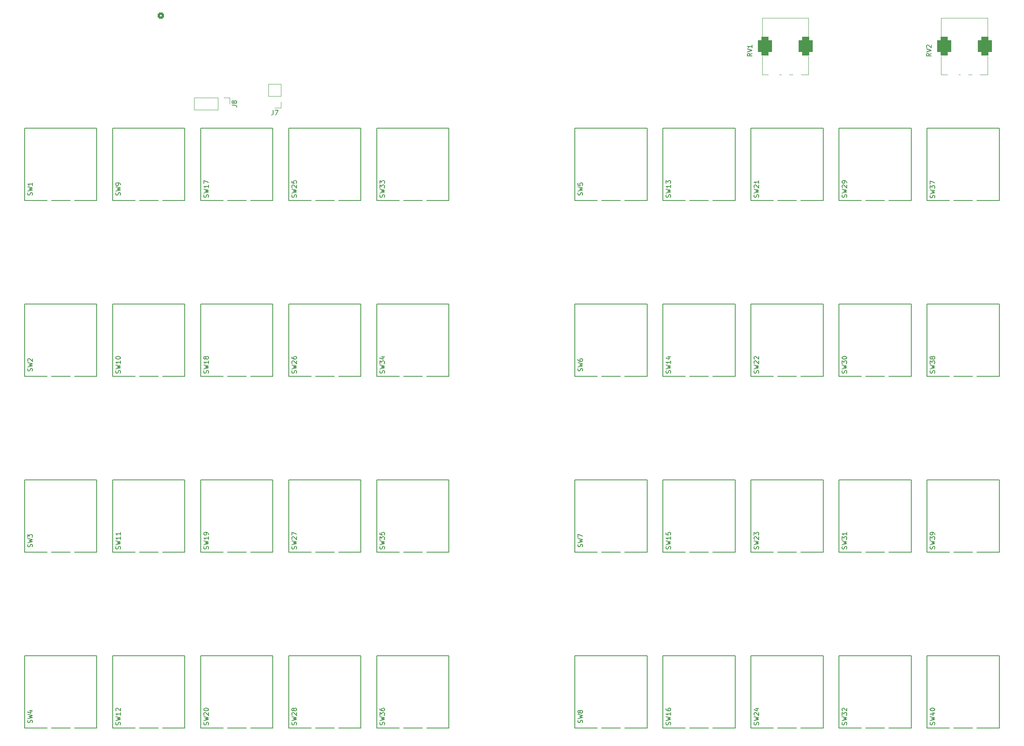
<source format=gto>
G04 #@! TF.GenerationSoftware,KiCad,Pcbnew,8.0.6*
G04 #@! TF.CreationDate,2024-11-09T01:20:35+01:00*
G04 #@! TF.ProjectId,DMX_MIDI_FIGHTER,444d585f-4d49-4444-995f-464947485445,rev?*
G04 #@! TF.SameCoordinates,Original*
G04 #@! TF.FileFunction,Legend,Top*
G04 #@! TF.FilePolarity,Positive*
%FSLAX46Y46*%
G04 Gerber Fmt 4.6, Leading zero omitted, Abs format (unit mm)*
G04 Created by KiCad (PCBNEW 8.0.6) date 2024-11-09 01:20:35*
%MOMM*%
%LPD*%
G01*
G04 APERTURE LIST*
G04 Aperture macros list*
%AMRoundRect*
0 Rectangle with rounded corners*
0 $1 Rounding radius*
0 $2 $3 $4 $5 $6 $7 $8 $9 X,Y pos of 4 corners*
0 Add a 4 corners polygon primitive as box body*
4,1,4,$2,$3,$4,$5,$6,$7,$8,$9,$2,$3,0*
0 Add four circle primitives for the rounded corners*
1,1,$1+$1,$2,$3*
1,1,$1+$1,$4,$5*
1,1,$1+$1,$6,$7*
1,1,$1+$1,$8,$9*
0 Add four rect primitives between the rounded corners*
20,1,$1+$1,$2,$3,$4,$5,0*
20,1,$1+$1,$4,$5,$6,$7,0*
20,1,$1+$1,$6,$7,$8,$9,0*
20,1,$1+$1,$8,$9,$2,$3,0*%
G04 Aperture macros list end*
%ADD10C,0.150000*%
%ADD11C,0.120000*%
%ADD12C,1.498600*%
%ADD13C,1.000000*%
%ADD14C,3.987800*%
%ADD15C,2.200000*%
%ADD16R,1.800000X1.800000*%
%ADD17C,1.800000*%
%ADD18RoundRect,0.750000X0.750000X-1.250000X0.750000X1.250000X-0.750000X1.250000X-0.750000X-1.250000X0*%
%ADD19R,1.700000X1.700000*%
%ADD20O,1.700000X1.700000*%
%ADD21C,2.100000*%
%ADD22C,1.750000*%
%ADD23C,1.600000*%
%ADD24C,3.400000*%
%ADD25C,2.900000*%
%ADD26RoundRect,0.250000X-0.450000X-0.450000X0.450000X-0.450000X0.450000X0.450000X-0.450000X0.450000X0*%
%ADD27C,1.400000*%
%ADD28O,3.000000X2.200000*%
%ADD29R,1.600000X1.600000*%
%ADD30O,1.600000X1.600000*%
%ADD31C,2.400000*%
%ADD32O,2.400000X2.400000*%
G04 APERTURE END LIST*
D10*
X100800700Y-212248523D02*
X100848319Y-212105666D01*
X100848319Y-212105666D02*
X100848319Y-211867571D01*
X100848319Y-211867571D02*
X100800700Y-211772333D01*
X100800700Y-211772333D02*
X100753080Y-211724714D01*
X100753080Y-211724714D02*
X100657842Y-211677095D01*
X100657842Y-211677095D02*
X100562604Y-211677095D01*
X100562604Y-211677095D02*
X100467366Y-211724714D01*
X100467366Y-211724714D02*
X100419747Y-211772333D01*
X100419747Y-211772333D02*
X100372128Y-211867571D01*
X100372128Y-211867571D02*
X100324509Y-212058047D01*
X100324509Y-212058047D02*
X100276890Y-212153285D01*
X100276890Y-212153285D02*
X100229271Y-212200904D01*
X100229271Y-212200904D02*
X100134033Y-212248523D01*
X100134033Y-212248523D02*
X100038795Y-212248523D01*
X100038795Y-212248523D02*
X99943557Y-212200904D01*
X99943557Y-212200904D02*
X99895938Y-212153285D01*
X99895938Y-212153285D02*
X99848319Y-212058047D01*
X99848319Y-212058047D02*
X99848319Y-211819952D01*
X99848319Y-211819952D02*
X99895938Y-211677095D01*
X99848319Y-211343761D02*
X100848319Y-211105666D01*
X100848319Y-211105666D02*
X100134033Y-210915190D01*
X100134033Y-210915190D02*
X100848319Y-210724714D01*
X100848319Y-210724714D02*
X99848319Y-210486619D01*
X99943557Y-210153285D02*
X99895938Y-210105666D01*
X99895938Y-210105666D02*
X99848319Y-210010428D01*
X99848319Y-210010428D02*
X99848319Y-209772333D01*
X99848319Y-209772333D02*
X99895938Y-209677095D01*
X99895938Y-209677095D02*
X99943557Y-209629476D01*
X99943557Y-209629476D02*
X100038795Y-209581857D01*
X100038795Y-209581857D02*
X100134033Y-209581857D01*
X100134033Y-209581857D02*
X100276890Y-209629476D01*
X100276890Y-209629476D02*
X100848319Y-210200904D01*
X100848319Y-210200904D02*
X100848319Y-209581857D01*
X99848319Y-208962809D02*
X99848319Y-208867571D01*
X99848319Y-208867571D02*
X99895938Y-208772333D01*
X99895938Y-208772333D02*
X99943557Y-208724714D01*
X99943557Y-208724714D02*
X100038795Y-208677095D01*
X100038795Y-208677095D02*
X100229271Y-208629476D01*
X100229271Y-208629476D02*
X100467366Y-208629476D01*
X100467366Y-208629476D02*
X100657842Y-208677095D01*
X100657842Y-208677095D02*
X100753080Y-208724714D01*
X100753080Y-208724714D02*
X100800700Y-208772333D01*
X100800700Y-208772333D02*
X100848319Y-208867571D01*
X100848319Y-208867571D02*
X100848319Y-208962809D01*
X100848319Y-208962809D02*
X100800700Y-209058047D01*
X100800700Y-209058047D02*
X100753080Y-209105666D01*
X100753080Y-209105666D02*
X100657842Y-209153285D01*
X100657842Y-209153285D02*
X100467366Y-209200904D01*
X100467366Y-209200904D02*
X100229271Y-209200904D01*
X100229271Y-209200904D02*
X100038795Y-209153285D01*
X100038795Y-209153285D02*
X99943557Y-209105666D01*
X99943557Y-209105666D02*
X99895938Y-209058047D01*
X99895938Y-209058047D02*
X99848319Y-208962809D01*
X257963200Y-136048523D02*
X258010819Y-135905666D01*
X258010819Y-135905666D02*
X258010819Y-135667571D01*
X258010819Y-135667571D02*
X257963200Y-135572333D01*
X257963200Y-135572333D02*
X257915580Y-135524714D01*
X257915580Y-135524714D02*
X257820342Y-135477095D01*
X257820342Y-135477095D02*
X257725104Y-135477095D01*
X257725104Y-135477095D02*
X257629866Y-135524714D01*
X257629866Y-135524714D02*
X257582247Y-135572333D01*
X257582247Y-135572333D02*
X257534628Y-135667571D01*
X257534628Y-135667571D02*
X257487009Y-135858047D01*
X257487009Y-135858047D02*
X257439390Y-135953285D01*
X257439390Y-135953285D02*
X257391771Y-136000904D01*
X257391771Y-136000904D02*
X257296533Y-136048523D01*
X257296533Y-136048523D02*
X257201295Y-136048523D01*
X257201295Y-136048523D02*
X257106057Y-136000904D01*
X257106057Y-136000904D02*
X257058438Y-135953285D01*
X257058438Y-135953285D02*
X257010819Y-135858047D01*
X257010819Y-135858047D02*
X257010819Y-135619952D01*
X257010819Y-135619952D02*
X257058438Y-135477095D01*
X257010819Y-135143761D02*
X258010819Y-134905666D01*
X258010819Y-134905666D02*
X257296533Y-134715190D01*
X257296533Y-134715190D02*
X258010819Y-134524714D01*
X258010819Y-134524714D02*
X257010819Y-134286619D01*
X257010819Y-134000904D02*
X257010819Y-133381857D01*
X257010819Y-133381857D02*
X257391771Y-133715190D01*
X257391771Y-133715190D02*
X257391771Y-133572333D01*
X257391771Y-133572333D02*
X257439390Y-133477095D01*
X257439390Y-133477095D02*
X257487009Y-133429476D01*
X257487009Y-133429476D02*
X257582247Y-133381857D01*
X257582247Y-133381857D02*
X257820342Y-133381857D01*
X257820342Y-133381857D02*
X257915580Y-133429476D01*
X257915580Y-133429476D02*
X257963200Y-133477095D01*
X257963200Y-133477095D02*
X258010819Y-133572333D01*
X258010819Y-133572333D02*
X258010819Y-133858047D01*
X258010819Y-133858047D02*
X257963200Y-133953285D01*
X257963200Y-133953285D02*
X257915580Y-134000904D01*
X257439390Y-132810428D02*
X257391771Y-132905666D01*
X257391771Y-132905666D02*
X257344152Y-132953285D01*
X257344152Y-132953285D02*
X257248914Y-133000904D01*
X257248914Y-133000904D02*
X257201295Y-133000904D01*
X257201295Y-133000904D02*
X257106057Y-132953285D01*
X257106057Y-132953285D02*
X257058438Y-132905666D01*
X257058438Y-132905666D02*
X257010819Y-132810428D01*
X257010819Y-132810428D02*
X257010819Y-132619952D01*
X257010819Y-132619952D02*
X257058438Y-132524714D01*
X257058438Y-132524714D02*
X257106057Y-132477095D01*
X257106057Y-132477095D02*
X257201295Y-132429476D01*
X257201295Y-132429476D02*
X257248914Y-132429476D01*
X257248914Y-132429476D02*
X257344152Y-132477095D01*
X257344152Y-132477095D02*
X257391771Y-132524714D01*
X257391771Y-132524714D02*
X257439390Y-132619952D01*
X257439390Y-132619952D02*
X257439390Y-132810428D01*
X257439390Y-132810428D02*
X257487009Y-132905666D01*
X257487009Y-132905666D02*
X257534628Y-132953285D01*
X257534628Y-132953285D02*
X257629866Y-133000904D01*
X257629866Y-133000904D02*
X257820342Y-133000904D01*
X257820342Y-133000904D02*
X257915580Y-132953285D01*
X257915580Y-132953285D02*
X257963200Y-132905666D01*
X257963200Y-132905666D02*
X258010819Y-132810428D01*
X258010819Y-132810428D02*
X258010819Y-132619952D01*
X258010819Y-132619952D02*
X257963200Y-132524714D01*
X257963200Y-132524714D02*
X257915580Y-132477095D01*
X257915580Y-132477095D02*
X257820342Y-132429476D01*
X257820342Y-132429476D02*
X257629866Y-132429476D01*
X257629866Y-132429476D02*
X257534628Y-132477095D01*
X257534628Y-132477095D02*
X257487009Y-132524714D01*
X257487009Y-132524714D02*
X257439390Y-132619952D01*
X218483819Y-66762238D02*
X218007628Y-67095571D01*
X218483819Y-67333666D02*
X217483819Y-67333666D01*
X217483819Y-67333666D02*
X217483819Y-66952714D01*
X217483819Y-66952714D02*
X217531438Y-66857476D01*
X217531438Y-66857476D02*
X217579057Y-66809857D01*
X217579057Y-66809857D02*
X217674295Y-66762238D01*
X217674295Y-66762238D02*
X217817152Y-66762238D01*
X217817152Y-66762238D02*
X217912390Y-66809857D01*
X217912390Y-66809857D02*
X217960009Y-66857476D01*
X217960009Y-66857476D02*
X218007628Y-66952714D01*
X218007628Y-66952714D02*
X218007628Y-67333666D01*
X217483819Y-66476523D02*
X218483819Y-66143190D01*
X218483819Y-66143190D02*
X217483819Y-65809857D01*
X218483819Y-64952714D02*
X218483819Y-65524142D01*
X218483819Y-65238428D02*
X217483819Y-65238428D01*
X217483819Y-65238428D02*
X217626676Y-65333666D01*
X217626676Y-65333666D02*
X217721914Y-65428904D01*
X217721914Y-65428904D02*
X217769533Y-65524142D01*
X100800700Y-174148523D02*
X100848319Y-174005666D01*
X100848319Y-174005666D02*
X100848319Y-173767571D01*
X100848319Y-173767571D02*
X100800700Y-173672333D01*
X100800700Y-173672333D02*
X100753080Y-173624714D01*
X100753080Y-173624714D02*
X100657842Y-173577095D01*
X100657842Y-173577095D02*
X100562604Y-173577095D01*
X100562604Y-173577095D02*
X100467366Y-173624714D01*
X100467366Y-173624714D02*
X100419747Y-173672333D01*
X100419747Y-173672333D02*
X100372128Y-173767571D01*
X100372128Y-173767571D02*
X100324509Y-173958047D01*
X100324509Y-173958047D02*
X100276890Y-174053285D01*
X100276890Y-174053285D02*
X100229271Y-174100904D01*
X100229271Y-174100904D02*
X100134033Y-174148523D01*
X100134033Y-174148523D02*
X100038795Y-174148523D01*
X100038795Y-174148523D02*
X99943557Y-174100904D01*
X99943557Y-174100904D02*
X99895938Y-174053285D01*
X99895938Y-174053285D02*
X99848319Y-173958047D01*
X99848319Y-173958047D02*
X99848319Y-173719952D01*
X99848319Y-173719952D02*
X99895938Y-173577095D01*
X99848319Y-173243761D02*
X100848319Y-173005666D01*
X100848319Y-173005666D02*
X100134033Y-172815190D01*
X100134033Y-172815190D02*
X100848319Y-172624714D01*
X100848319Y-172624714D02*
X99848319Y-172386619D01*
X100848319Y-171481857D02*
X100848319Y-172053285D01*
X100848319Y-171767571D02*
X99848319Y-171767571D01*
X99848319Y-171767571D02*
X99991176Y-171862809D01*
X99991176Y-171862809D02*
X100086414Y-171958047D01*
X100086414Y-171958047D02*
X100134033Y-172053285D01*
X100848319Y-171005666D02*
X100848319Y-170815190D01*
X100848319Y-170815190D02*
X100800700Y-170719952D01*
X100800700Y-170719952D02*
X100753080Y-170672333D01*
X100753080Y-170672333D02*
X100610223Y-170577095D01*
X100610223Y-170577095D02*
X100419747Y-170529476D01*
X100419747Y-170529476D02*
X100038795Y-170529476D01*
X100038795Y-170529476D02*
X99943557Y-170577095D01*
X99943557Y-170577095D02*
X99895938Y-170624714D01*
X99895938Y-170624714D02*
X99848319Y-170719952D01*
X99848319Y-170719952D02*
X99848319Y-170910428D01*
X99848319Y-170910428D02*
X99895938Y-171005666D01*
X99895938Y-171005666D02*
X99943557Y-171053285D01*
X99943557Y-171053285D02*
X100038795Y-171100904D01*
X100038795Y-171100904D02*
X100276890Y-171100904D01*
X100276890Y-171100904D02*
X100372128Y-171053285D01*
X100372128Y-171053285D02*
X100419747Y-171005666D01*
X100419747Y-171005666D02*
X100467366Y-170910428D01*
X100467366Y-170910428D02*
X100467366Y-170719952D01*
X100467366Y-170719952D02*
X100419747Y-170624714D01*
X100419747Y-170624714D02*
X100372128Y-170577095D01*
X100372128Y-170577095D02*
X100276890Y-170529476D01*
X219863200Y-136048523D02*
X219910819Y-135905666D01*
X219910819Y-135905666D02*
X219910819Y-135667571D01*
X219910819Y-135667571D02*
X219863200Y-135572333D01*
X219863200Y-135572333D02*
X219815580Y-135524714D01*
X219815580Y-135524714D02*
X219720342Y-135477095D01*
X219720342Y-135477095D02*
X219625104Y-135477095D01*
X219625104Y-135477095D02*
X219529866Y-135524714D01*
X219529866Y-135524714D02*
X219482247Y-135572333D01*
X219482247Y-135572333D02*
X219434628Y-135667571D01*
X219434628Y-135667571D02*
X219387009Y-135858047D01*
X219387009Y-135858047D02*
X219339390Y-135953285D01*
X219339390Y-135953285D02*
X219291771Y-136000904D01*
X219291771Y-136000904D02*
X219196533Y-136048523D01*
X219196533Y-136048523D02*
X219101295Y-136048523D01*
X219101295Y-136048523D02*
X219006057Y-136000904D01*
X219006057Y-136000904D02*
X218958438Y-135953285D01*
X218958438Y-135953285D02*
X218910819Y-135858047D01*
X218910819Y-135858047D02*
X218910819Y-135619952D01*
X218910819Y-135619952D02*
X218958438Y-135477095D01*
X218910819Y-135143761D02*
X219910819Y-134905666D01*
X219910819Y-134905666D02*
X219196533Y-134715190D01*
X219196533Y-134715190D02*
X219910819Y-134524714D01*
X219910819Y-134524714D02*
X218910819Y-134286619D01*
X219006057Y-133953285D02*
X218958438Y-133905666D01*
X218958438Y-133905666D02*
X218910819Y-133810428D01*
X218910819Y-133810428D02*
X218910819Y-133572333D01*
X218910819Y-133572333D02*
X218958438Y-133477095D01*
X218958438Y-133477095D02*
X219006057Y-133429476D01*
X219006057Y-133429476D02*
X219101295Y-133381857D01*
X219101295Y-133381857D02*
X219196533Y-133381857D01*
X219196533Y-133381857D02*
X219339390Y-133429476D01*
X219339390Y-133429476D02*
X219910819Y-134000904D01*
X219910819Y-134000904D02*
X219910819Y-133381857D01*
X219006057Y-133000904D02*
X218958438Y-132953285D01*
X218958438Y-132953285D02*
X218910819Y-132858047D01*
X218910819Y-132858047D02*
X218910819Y-132619952D01*
X218910819Y-132619952D02*
X218958438Y-132524714D01*
X218958438Y-132524714D02*
X219006057Y-132477095D01*
X219006057Y-132477095D02*
X219101295Y-132429476D01*
X219101295Y-132429476D02*
X219196533Y-132429476D01*
X219196533Y-132429476D02*
X219339390Y-132477095D01*
X219339390Y-132477095D02*
X219910819Y-133048523D01*
X219910819Y-133048523D02*
X219910819Y-132429476D01*
X138900700Y-97948523D02*
X138948319Y-97805666D01*
X138948319Y-97805666D02*
X138948319Y-97567571D01*
X138948319Y-97567571D02*
X138900700Y-97472333D01*
X138900700Y-97472333D02*
X138853080Y-97424714D01*
X138853080Y-97424714D02*
X138757842Y-97377095D01*
X138757842Y-97377095D02*
X138662604Y-97377095D01*
X138662604Y-97377095D02*
X138567366Y-97424714D01*
X138567366Y-97424714D02*
X138519747Y-97472333D01*
X138519747Y-97472333D02*
X138472128Y-97567571D01*
X138472128Y-97567571D02*
X138424509Y-97758047D01*
X138424509Y-97758047D02*
X138376890Y-97853285D01*
X138376890Y-97853285D02*
X138329271Y-97900904D01*
X138329271Y-97900904D02*
X138234033Y-97948523D01*
X138234033Y-97948523D02*
X138138795Y-97948523D01*
X138138795Y-97948523D02*
X138043557Y-97900904D01*
X138043557Y-97900904D02*
X137995938Y-97853285D01*
X137995938Y-97853285D02*
X137948319Y-97758047D01*
X137948319Y-97758047D02*
X137948319Y-97519952D01*
X137948319Y-97519952D02*
X137995938Y-97377095D01*
X137948319Y-97043761D02*
X138948319Y-96805666D01*
X138948319Y-96805666D02*
X138234033Y-96615190D01*
X138234033Y-96615190D02*
X138948319Y-96424714D01*
X138948319Y-96424714D02*
X137948319Y-96186619D01*
X137948319Y-95900904D02*
X137948319Y-95281857D01*
X137948319Y-95281857D02*
X138329271Y-95615190D01*
X138329271Y-95615190D02*
X138329271Y-95472333D01*
X138329271Y-95472333D02*
X138376890Y-95377095D01*
X138376890Y-95377095D02*
X138424509Y-95329476D01*
X138424509Y-95329476D02*
X138519747Y-95281857D01*
X138519747Y-95281857D02*
X138757842Y-95281857D01*
X138757842Y-95281857D02*
X138853080Y-95329476D01*
X138853080Y-95329476D02*
X138900700Y-95377095D01*
X138900700Y-95377095D02*
X138948319Y-95472333D01*
X138948319Y-95472333D02*
X138948319Y-95758047D01*
X138948319Y-95758047D02*
X138900700Y-95853285D01*
X138900700Y-95853285D02*
X138853080Y-95900904D01*
X137948319Y-94948523D02*
X137948319Y-94329476D01*
X137948319Y-94329476D02*
X138329271Y-94662809D01*
X138329271Y-94662809D02*
X138329271Y-94519952D01*
X138329271Y-94519952D02*
X138376890Y-94424714D01*
X138376890Y-94424714D02*
X138424509Y-94377095D01*
X138424509Y-94377095D02*
X138519747Y-94329476D01*
X138519747Y-94329476D02*
X138757842Y-94329476D01*
X138757842Y-94329476D02*
X138853080Y-94377095D01*
X138853080Y-94377095D02*
X138900700Y-94424714D01*
X138900700Y-94424714D02*
X138948319Y-94519952D01*
X138948319Y-94519952D02*
X138948319Y-94805666D01*
X138948319Y-94805666D02*
X138900700Y-94900904D01*
X138900700Y-94900904D02*
X138853080Y-94948523D01*
X81750700Y-97472332D02*
X81798319Y-97329475D01*
X81798319Y-97329475D02*
X81798319Y-97091380D01*
X81798319Y-97091380D02*
X81750700Y-96996142D01*
X81750700Y-96996142D02*
X81703080Y-96948523D01*
X81703080Y-96948523D02*
X81607842Y-96900904D01*
X81607842Y-96900904D02*
X81512604Y-96900904D01*
X81512604Y-96900904D02*
X81417366Y-96948523D01*
X81417366Y-96948523D02*
X81369747Y-96996142D01*
X81369747Y-96996142D02*
X81322128Y-97091380D01*
X81322128Y-97091380D02*
X81274509Y-97281856D01*
X81274509Y-97281856D02*
X81226890Y-97377094D01*
X81226890Y-97377094D02*
X81179271Y-97424713D01*
X81179271Y-97424713D02*
X81084033Y-97472332D01*
X81084033Y-97472332D02*
X80988795Y-97472332D01*
X80988795Y-97472332D02*
X80893557Y-97424713D01*
X80893557Y-97424713D02*
X80845938Y-97377094D01*
X80845938Y-97377094D02*
X80798319Y-97281856D01*
X80798319Y-97281856D02*
X80798319Y-97043761D01*
X80798319Y-97043761D02*
X80845938Y-96900904D01*
X80798319Y-96567570D02*
X81798319Y-96329475D01*
X81798319Y-96329475D02*
X81084033Y-96138999D01*
X81084033Y-96138999D02*
X81798319Y-95948523D01*
X81798319Y-95948523D02*
X80798319Y-95710428D01*
X81798319Y-95281856D02*
X81798319Y-95091380D01*
X81798319Y-95091380D02*
X81750700Y-94996142D01*
X81750700Y-94996142D02*
X81703080Y-94948523D01*
X81703080Y-94948523D02*
X81560223Y-94853285D01*
X81560223Y-94853285D02*
X81369747Y-94805666D01*
X81369747Y-94805666D02*
X80988795Y-94805666D01*
X80988795Y-94805666D02*
X80893557Y-94853285D01*
X80893557Y-94853285D02*
X80845938Y-94900904D01*
X80845938Y-94900904D02*
X80798319Y-94996142D01*
X80798319Y-94996142D02*
X80798319Y-95186618D01*
X80798319Y-95186618D02*
X80845938Y-95281856D01*
X80845938Y-95281856D02*
X80893557Y-95329475D01*
X80893557Y-95329475D02*
X80988795Y-95377094D01*
X80988795Y-95377094D02*
X81226890Y-95377094D01*
X81226890Y-95377094D02*
X81322128Y-95329475D01*
X81322128Y-95329475D02*
X81369747Y-95281856D01*
X81369747Y-95281856D02*
X81417366Y-95186618D01*
X81417366Y-95186618D02*
X81417366Y-94996142D01*
X81417366Y-94996142D02*
X81369747Y-94900904D01*
X81369747Y-94900904D02*
X81322128Y-94853285D01*
X81322128Y-94853285D02*
X81226890Y-94805666D01*
X181763200Y-211772332D02*
X181810819Y-211629475D01*
X181810819Y-211629475D02*
X181810819Y-211391380D01*
X181810819Y-211391380D02*
X181763200Y-211296142D01*
X181763200Y-211296142D02*
X181715580Y-211248523D01*
X181715580Y-211248523D02*
X181620342Y-211200904D01*
X181620342Y-211200904D02*
X181525104Y-211200904D01*
X181525104Y-211200904D02*
X181429866Y-211248523D01*
X181429866Y-211248523D02*
X181382247Y-211296142D01*
X181382247Y-211296142D02*
X181334628Y-211391380D01*
X181334628Y-211391380D02*
X181287009Y-211581856D01*
X181287009Y-211581856D02*
X181239390Y-211677094D01*
X181239390Y-211677094D02*
X181191771Y-211724713D01*
X181191771Y-211724713D02*
X181096533Y-211772332D01*
X181096533Y-211772332D02*
X181001295Y-211772332D01*
X181001295Y-211772332D02*
X180906057Y-211724713D01*
X180906057Y-211724713D02*
X180858438Y-211677094D01*
X180858438Y-211677094D02*
X180810819Y-211581856D01*
X180810819Y-211581856D02*
X180810819Y-211343761D01*
X180810819Y-211343761D02*
X180858438Y-211200904D01*
X180810819Y-210867570D02*
X181810819Y-210629475D01*
X181810819Y-210629475D02*
X181096533Y-210438999D01*
X181096533Y-210438999D02*
X181810819Y-210248523D01*
X181810819Y-210248523D02*
X180810819Y-210010428D01*
X181239390Y-209486618D02*
X181191771Y-209581856D01*
X181191771Y-209581856D02*
X181144152Y-209629475D01*
X181144152Y-209629475D02*
X181048914Y-209677094D01*
X181048914Y-209677094D02*
X181001295Y-209677094D01*
X181001295Y-209677094D02*
X180906057Y-209629475D01*
X180906057Y-209629475D02*
X180858438Y-209581856D01*
X180858438Y-209581856D02*
X180810819Y-209486618D01*
X180810819Y-209486618D02*
X180810819Y-209296142D01*
X180810819Y-209296142D02*
X180858438Y-209200904D01*
X180858438Y-209200904D02*
X180906057Y-209153285D01*
X180906057Y-209153285D02*
X181001295Y-209105666D01*
X181001295Y-209105666D02*
X181048914Y-209105666D01*
X181048914Y-209105666D02*
X181144152Y-209153285D01*
X181144152Y-209153285D02*
X181191771Y-209200904D01*
X181191771Y-209200904D02*
X181239390Y-209296142D01*
X181239390Y-209296142D02*
X181239390Y-209486618D01*
X181239390Y-209486618D02*
X181287009Y-209581856D01*
X181287009Y-209581856D02*
X181334628Y-209629475D01*
X181334628Y-209629475D02*
X181429866Y-209677094D01*
X181429866Y-209677094D02*
X181620342Y-209677094D01*
X181620342Y-209677094D02*
X181715580Y-209629475D01*
X181715580Y-209629475D02*
X181763200Y-209581856D01*
X181763200Y-209581856D02*
X181810819Y-209486618D01*
X181810819Y-209486618D02*
X181810819Y-209296142D01*
X181810819Y-209296142D02*
X181763200Y-209200904D01*
X181763200Y-209200904D02*
X181715580Y-209153285D01*
X181715580Y-209153285D02*
X181620342Y-209105666D01*
X181620342Y-209105666D02*
X181429866Y-209105666D01*
X181429866Y-209105666D02*
X181334628Y-209153285D01*
X181334628Y-209153285D02*
X181287009Y-209200904D01*
X181287009Y-209200904D02*
X181239390Y-209296142D01*
X114856666Y-79063819D02*
X114856666Y-79778104D01*
X114856666Y-79778104D02*
X114809047Y-79920961D01*
X114809047Y-79920961D02*
X114713809Y-80016200D01*
X114713809Y-80016200D02*
X114570952Y-80063819D01*
X114570952Y-80063819D02*
X114475714Y-80063819D01*
X115237619Y-79063819D02*
X115904285Y-79063819D01*
X115904285Y-79063819D02*
X115475714Y-80063819D01*
X138900700Y-136048523D02*
X138948319Y-135905666D01*
X138948319Y-135905666D02*
X138948319Y-135667571D01*
X138948319Y-135667571D02*
X138900700Y-135572333D01*
X138900700Y-135572333D02*
X138853080Y-135524714D01*
X138853080Y-135524714D02*
X138757842Y-135477095D01*
X138757842Y-135477095D02*
X138662604Y-135477095D01*
X138662604Y-135477095D02*
X138567366Y-135524714D01*
X138567366Y-135524714D02*
X138519747Y-135572333D01*
X138519747Y-135572333D02*
X138472128Y-135667571D01*
X138472128Y-135667571D02*
X138424509Y-135858047D01*
X138424509Y-135858047D02*
X138376890Y-135953285D01*
X138376890Y-135953285D02*
X138329271Y-136000904D01*
X138329271Y-136000904D02*
X138234033Y-136048523D01*
X138234033Y-136048523D02*
X138138795Y-136048523D01*
X138138795Y-136048523D02*
X138043557Y-136000904D01*
X138043557Y-136000904D02*
X137995938Y-135953285D01*
X137995938Y-135953285D02*
X137948319Y-135858047D01*
X137948319Y-135858047D02*
X137948319Y-135619952D01*
X137948319Y-135619952D02*
X137995938Y-135477095D01*
X137948319Y-135143761D02*
X138948319Y-134905666D01*
X138948319Y-134905666D02*
X138234033Y-134715190D01*
X138234033Y-134715190D02*
X138948319Y-134524714D01*
X138948319Y-134524714D02*
X137948319Y-134286619D01*
X137948319Y-134000904D02*
X137948319Y-133381857D01*
X137948319Y-133381857D02*
X138329271Y-133715190D01*
X138329271Y-133715190D02*
X138329271Y-133572333D01*
X138329271Y-133572333D02*
X138376890Y-133477095D01*
X138376890Y-133477095D02*
X138424509Y-133429476D01*
X138424509Y-133429476D02*
X138519747Y-133381857D01*
X138519747Y-133381857D02*
X138757842Y-133381857D01*
X138757842Y-133381857D02*
X138853080Y-133429476D01*
X138853080Y-133429476D02*
X138900700Y-133477095D01*
X138900700Y-133477095D02*
X138948319Y-133572333D01*
X138948319Y-133572333D02*
X138948319Y-133858047D01*
X138948319Y-133858047D02*
X138900700Y-133953285D01*
X138900700Y-133953285D02*
X138853080Y-134000904D01*
X138281652Y-132524714D02*
X138948319Y-132524714D01*
X137900700Y-132762809D02*
X138614985Y-133000904D01*
X138614985Y-133000904D02*
X138614985Y-132381857D01*
X257963200Y-98075523D02*
X258010819Y-97932666D01*
X258010819Y-97932666D02*
X258010819Y-97694571D01*
X258010819Y-97694571D02*
X257963200Y-97599333D01*
X257963200Y-97599333D02*
X257915580Y-97551714D01*
X257915580Y-97551714D02*
X257820342Y-97504095D01*
X257820342Y-97504095D02*
X257725104Y-97504095D01*
X257725104Y-97504095D02*
X257629866Y-97551714D01*
X257629866Y-97551714D02*
X257582247Y-97599333D01*
X257582247Y-97599333D02*
X257534628Y-97694571D01*
X257534628Y-97694571D02*
X257487009Y-97885047D01*
X257487009Y-97885047D02*
X257439390Y-97980285D01*
X257439390Y-97980285D02*
X257391771Y-98027904D01*
X257391771Y-98027904D02*
X257296533Y-98075523D01*
X257296533Y-98075523D02*
X257201295Y-98075523D01*
X257201295Y-98075523D02*
X257106057Y-98027904D01*
X257106057Y-98027904D02*
X257058438Y-97980285D01*
X257058438Y-97980285D02*
X257010819Y-97885047D01*
X257010819Y-97885047D02*
X257010819Y-97646952D01*
X257010819Y-97646952D02*
X257058438Y-97504095D01*
X257010819Y-97170761D02*
X258010819Y-96932666D01*
X258010819Y-96932666D02*
X257296533Y-96742190D01*
X257296533Y-96742190D02*
X258010819Y-96551714D01*
X258010819Y-96551714D02*
X257010819Y-96313619D01*
X257010819Y-96027904D02*
X257010819Y-95408857D01*
X257010819Y-95408857D02*
X257391771Y-95742190D01*
X257391771Y-95742190D02*
X257391771Y-95599333D01*
X257391771Y-95599333D02*
X257439390Y-95504095D01*
X257439390Y-95504095D02*
X257487009Y-95456476D01*
X257487009Y-95456476D02*
X257582247Y-95408857D01*
X257582247Y-95408857D02*
X257820342Y-95408857D01*
X257820342Y-95408857D02*
X257915580Y-95456476D01*
X257915580Y-95456476D02*
X257963200Y-95504095D01*
X257963200Y-95504095D02*
X258010819Y-95599333D01*
X258010819Y-95599333D02*
X258010819Y-95885047D01*
X258010819Y-95885047D02*
X257963200Y-95980285D01*
X257963200Y-95980285D02*
X257915580Y-96027904D01*
X257010819Y-95075523D02*
X257010819Y-94408857D01*
X257010819Y-94408857D02*
X258010819Y-94837428D01*
X200813200Y-212248523D02*
X200860819Y-212105666D01*
X200860819Y-212105666D02*
X200860819Y-211867571D01*
X200860819Y-211867571D02*
X200813200Y-211772333D01*
X200813200Y-211772333D02*
X200765580Y-211724714D01*
X200765580Y-211724714D02*
X200670342Y-211677095D01*
X200670342Y-211677095D02*
X200575104Y-211677095D01*
X200575104Y-211677095D02*
X200479866Y-211724714D01*
X200479866Y-211724714D02*
X200432247Y-211772333D01*
X200432247Y-211772333D02*
X200384628Y-211867571D01*
X200384628Y-211867571D02*
X200337009Y-212058047D01*
X200337009Y-212058047D02*
X200289390Y-212153285D01*
X200289390Y-212153285D02*
X200241771Y-212200904D01*
X200241771Y-212200904D02*
X200146533Y-212248523D01*
X200146533Y-212248523D02*
X200051295Y-212248523D01*
X200051295Y-212248523D02*
X199956057Y-212200904D01*
X199956057Y-212200904D02*
X199908438Y-212153285D01*
X199908438Y-212153285D02*
X199860819Y-212058047D01*
X199860819Y-212058047D02*
X199860819Y-211819952D01*
X199860819Y-211819952D02*
X199908438Y-211677095D01*
X199860819Y-211343761D02*
X200860819Y-211105666D01*
X200860819Y-211105666D02*
X200146533Y-210915190D01*
X200146533Y-210915190D02*
X200860819Y-210724714D01*
X200860819Y-210724714D02*
X199860819Y-210486619D01*
X200860819Y-209581857D02*
X200860819Y-210153285D01*
X200860819Y-209867571D02*
X199860819Y-209867571D01*
X199860819Y-209867571D02*
X200003676Y-209962809D01*
X200003676Y-209962809D02*
X200098914Y-210058047D01*
X200098914Y-210058047D02*
X200146533Y-210153285D01*
X199860819Y-208724714D02*
X199860819Y-208915190D01*
X199860819Y-208915190D02*
X199908438Y-209010428D01*
X199908438Y-209010428D02*
X199956057Y-209058047D01*
X199956057Y-209058047D02*
X200098914Y-209153285D01*
X200098914Y-209153285D02*
X200289390Y-209200904D01*
X200289390Y-209200904D02*
X200670342Y-209200904D01*
X200670342Y-209200904D02*
X200765580Y-209153285D01*
X200765580Y-209153285D02*
X200813200Y-209105666D01*
X200813200Y-209105666D02*
X200860819Y-209010428D01*
X200860819Y-209010428D02*
X200860819Y-208819952D01*
X200860819Y-208819952D02*
X200813200Y-208724714D01*
X200813200Y-208724714D02*
X200765580Y-208677095D01*
X200765580Y-208677095D02*
X200670342Y-208629476D01*
X200670342Y-208629476D02*
X200432247Y-208629476D01*
X200432247Y-208629476D02*
X200337009Y-208677095D01*
X200337009Y-208677095D02*
X200289390Y-208724714D01*
X200289390Y-208724714D02*
X200241771Y-208819952D01*
X200241771Y-208819952D02*
X200241771Y-209010428D01*
X200241771Y-209010428D02*
X200289390Y-209105666D01*
X200289390Y-209105666D02*
X200337009Y-209153285D01*
X200337009Y-209153285D02*
X200432247Y-209200904D01*
X219863200Y-97948523D02*
X219910819Y-97805666D01*
X219910819Y-97805666D02*
X219910819Y-97567571D01*
X219910819Y-97567571D02*
X219863200Y-97472333D01*
X219863200Y-97472333D02*
X219815580Y-97424714D01*
X219815580Y-97424714D02*
X219720342Y-97377095D01*
X219720342Y-97377095D02*
X219625104Y-97377095D01*
X219625104Y-97377095D02*
X219529866Y-97424714D01*
X219529866Y-97424714D02*
X219482247Y-97472333D01*
X219482247Y-97472333D02*
X219434628Y-97567571D01*
X219434628Y-97567571D02*
X219387009Y-97758047D01*
X219387009Y-97758047D02*
X219339390Y-97853285D01*
X219339390Y-97853285D02*
X219291771Y-97900904D01*
X219291771Y-97900904D02*
X219196533Y-97948523D01*
X219196533Y-97948523D02*
X219101295Y-97948523D01*
X219101295Y-97948523D02*
X219006057Y-97900904D01*
X219006057Y-97900904D02*
X218958438Y-97853285D01*
X218958438Y-97853285D02*
X218910819Y-97758047D01*
X218910819Y-97758047D02*
X218910819Y-97519952D01*
X218910819Y-97519952D02*
X218958438Y-97377095D01*
X218910819Y-97043761D02*
X219910819Y-96805666D01*
X219910819Y-96805666D02*
X219196533Y-96615190D01*
X219196533Y-96615190D02*
X219910819Y-96424714D01*
X219910819Y-96424714D02*
X218910819Y-96186619D01*
X219006057Y-95853285D02*
X218958438Y-95805666D01*
X218958438Y-95805666D02*
X218910819Y-95710428D01*
X218910819Y-95710428D02*
X218910819Y-95472333D01*
X218910819Y-95472333D02*
X218958438Y-95377095D01*
X218958438Y-95377095D02*
X219006057Y-95329476D01*
X219006057Y-95329476D02*
X219101295Y-95281857D01*
X219101295Y-95281857D02*
X219196533Y-95281857D01*
X219196533Y-95281857D02*
X219339390Y-95329476D01*
X219339390Y-95329476D02*
X219910819Y-95900904D01*
X219910819Y-95900904D02*
X219910819Y-95281857D01*
X219910819Y-94329476D02*
X219910819Y-94900904D01*
X219910819Y-94615190D02*
X218910819Y-94615190D01*
X218910819Y-94615190D02*
X219053676Y-94710428D01*
X219053676Y-94710428D02*
X219148914Y-94805666D01*
X219148914Y-94805666D02*
X219196533Y-94900904D01*
X81750700Y-174148523D02*
X81798319Y-174005666D01*
X81798319Y-174005666D02*
X81798319Y-173767571D01*
X81798319Y-173767571D02*
X81750700Y-173672333D01*
X81750700Y-173672333D02*
X81703080Y-173624714D01*
X81703080Y-173624714D02*
X81607842Y-173577095D01*
X81607842Y-173577095D02*
X81512604Y-173577095D01*
X81512604Y-173577095D02*
X81417366Y-173624714D01*
X81417366Y-173624714D02*
X81369747Y-173672333D01*
X81369747Y-173672333D02*
X81322128Y-173767571D01*
X81322128Y-173767571D02*
X81274509Y-173958047D01*
X81274509Y-173958047D02*
X81226890Y-174053285D01*
X81226890Y-174053285D02*
X81179271Y-174100904D01*
X81179271Y-174100904D02*
X81084033Y-174148523D01*
X81084033Y-174148523D02*
X80988795Y-174148523D01*
X80988795Y-174148523D02*
X80893557Y-174100904D01*
X80893557Y-174100904D02*
X80845938Y-174053285D01*
X80845938Y-174053285D02*
X80798319Y-173958047D01*
X80798319Y-173958047D02*
X80798319Y-173719952D01*
X80798319Y-173719952D02*
X80845938Y-173577095D01*
X80798319Y-173243761D02*
X81798319Y-173005666D01*
X81798319Y-173005666D02*
X81084033Y-172815190D01*
X81084033Y-172815190D02*
X81798319Y-172624714D01*
X81798319Y-172624714D02*
X80798319Y-172386619D01*
X81798319Y-171481857D02*
X81798319Y-172053285D01*
X81798319Y-171767571D02*
X80798319Y-171767571D01*
X80798319Y-171767571D02*
X80941176Y-171862809D01*
X80941176Y-171862809D02*
X81036414Y-171958047D01*
X81036414Y-171958047D02*
X81084033Y-172053285D01*
X81798319Y-170529476D02*
X81798319Y-171100904D01*
X81798319Y-170815190D02*
X80798319Y-170815190D01*
X80798319Y-170815190D02*
X80941176Y-170910428D01*
X80941176Y-170910428D02*
X81036414Y-171005666D01*
X81036414Y-171005666D02*
X81084033Y-171100904D01*
X181763200Y-97472332D02*
X181810819Y-97329475D01*
X181810819Y-97329475D02*
X181810819Y-97091380D01*
X181810819Y-97091380D02*
X181763200Y-96996142D01*
X181763200Y-96996142D02*
X181715580Y-96948523D01*
X181715580Y-96948523D02*
X181620342Y-96900904D01*
X181620342Y-96900904D02*
X181525104Y-96900904D01*
X181525104Y-96900904D02*
X181429866Y-96948523D01*
X181429866Y-96948523D02*
X181382247Y-96996142D01*
X181382247Y-96996142D02*
X181334628Y-97091380D01*
X181334628Y-97091380D02*
X181287009Y-97281856D01*
X181287009Y-97281856D02*
X181239390Y-97377094D01*
X181239390Y-97377094D02*
X181191771Y-97424713D01*
X181191771Y-97424713D02*
X181096533Y-97472332D01*
X181096533Y-97472332D02*
X181001295Y-97472332D01*
X181001295Y-97472332D02*
X180906057Y-97424713D01*
X180906057Y-97424713D02*
X180858438Y-97377094D01*
X180858438Y-97377094D02*
X180810819Y-97281856D01*
X180810819Y-97281856D02*
X180810819Y-97043761D01*
X180810819Y-97043761D02*
X180858438Y-96900904D01*
X180810819Y-96567570D02*
X181810819Y-96329475D01*
X181810819Y-96329475D02*
X181096533Y-96138999D01*
X181096533Y-96138999D02*
X181810819Y-95948523D01*
X181810819Y-95948523D02*
X180810819Y-95710428D01*
X180810819Y-94853285D02*
X180810819Y-95329475D01*
X180810819Y-95329475D02*
X181287009Y-95377094D01*
X181287009Y-95377094D02*
X181239390Y-95329475D01*
X181239390Y-95329475D02*
X181191771Y-95234237D01*
X181191771Y-95234237D02*
X181191771Y-94996142D01*
X181191771Y-94996142D02*
X181239390Y-94900904D01*
X181239390Y-94900904D02*
X181287009Y-94853285D01*
X181287009Y-94853285D02*
X181382247Y-94805666D01*
X181382247Y-94805666D02*
X181620342Y-94805666D01*
X181620342Y-94805666D02*
X181715580Y-94853285D01*
X181715580Y-94853285D02*
X181763200Y-94900904D01*
X181763200Y-94900904D02*
X181810819Y-94996142D01*
X181810819Y-94996142D02*
X181810819Y-95234237D01*
X181810819Y-95234237D02*
X181763200Y-95329475D01*
X181763200Y-95329475D02*
X181715580Y-95377094D01*
X257963200Y-174148523D02*
X258010819Y-174005666D01*
X258010819Y-174005666D02*
X258010819Y-173767571D01*
X258010819Y-173767571D02*
X257963200Y-173672333D01*
X257963200Y-173672333D02*
X257915580Y-173624714D01*
X257915580Y-173624714D02*
X257820342Y-173577095D01*
X257820342Y-173577095D02*
X257725104Y-173577095D01*
X257725104Y-173577095D02*
X257629866Y-173624714D01*
X257629866Y-173624714D02*
X257582247Y-173672333D01*
X257582247Y-173672333D02*
X257534628Y-173767571D01*
X257534628Y-173767571D02*
X257487009Y-173958047D01*
X257487009Y-173958047D02*
X257439390Y-174053285D01*
X257439390Y-174053285D02*
X257391771Y-174100904D01*
X257391771Y-174100904D02*
X257296533Y-174148523D01*
X257296533Y-174148523D02*
X257201295Y-174148523D01*
X257201295Y-174148523D02*
X257106057Y-174100904D01*
X257106057Y-174100904D02*
X257058438Y-174053285D01*
X257058438Y-174053285D02*
X257010819Y-173958047D01*
X257010819Y-173958047D02*
X257010819Y-173719952D01*
X257010819Y-173719952D02*
X257058438Y-173577095D01*
X257010819Y-173243761D02*
X258010819Y-173005666D01*
X258010819Y-173005666D02*
X257296533Y-172815190D01*
X257296533Y-172815190D02*
X258010819Y-172624714D01*
X258010819Y-172624714D02*
X257010819Y-172386619D01*
X257010819Y-172100904D02*
X257010819Y-171481857D01*
X257010819Y-171481857D02*
X257391771Y-171815190D01*
X257391771Y-171815190D02*
X257391771Y-171672333D01*
X257391771Y-171672333D02*
X257439390Y-171577095D01*
X257439390Y-171577095D02*
X257487009Y-171529476D01*
X257487009Y-171529476D02*
X257582247Y-171481857D01*
X257582247Y-171481857D02*
X257820342Y-171481857D01*
X257820342Y-171481857D02*
X257915580Y-171529476D01*
X257915580Y-171529476D02*
X257963200Y-171577095D01*
X257963200Y-171577095D02*
X258010819Y-171672333D01*
X258010819Y-171672333D02*
X258010819Y-171958047D01*
X258010819Y-171958047D02*
X257963200Y-172053285D01*
X257963200Y-172053285D02*
X257915580Y-172100904D01*
X258010819Y-171005666D02*
X258010819Y-170815190D01*
X258010819Y-170815190D02*
X257963200Y-170719952D01*
X257963200Y-170719952D02*
X257915580Y-170672333D01*
X257915580Y-170672333D02*
X257772723Y-170577095D01*
X257772723Y-170577095D02*
X257582247Y-170529476D01*
X257582247Y-170529476D02*
X257201295Y-170529476D01*
X257201295Y-170529476D02*
X257106057Y-170577095D01*
X257106057Y-170577095D02*
X257058438Y-170624714D01*
X257058438Y-170624714D02*
X257010819Y-170719952D01*
X257010819Y-170719952D02*
X257010819Y-170910428D01*
X257010819Y-170910428D02*
X257058438Y-171005666D01*
X257058438Y-171005666D02*
X257106057Y-171053285D01*
X257106057Y-171053285D02*
X257201295Y-171100904D01*
X257201295Y-171100904D02*
X257439390Y-171100904D01*
X257439390Y-171100904D02*
X257534628Y-171053285D01*
X257534628Y-171053285D02*
X257582247Y-171005666D01*
X257582247Y-171005666D02*
X257629866Y-170910428D01*
X257629866Y-170910428D02*
X257629866Y-170719952D01*
X257629866Y-170719952D02*
X257582247Y-170624714D01*
X257582247Y-170624714D02*
X257534628Y-170577095D01*
X257534628Y-170577095D02*
X257439390Y-170529476D01*
X238913200Y-136048523D02*
X238960819Y-135905666D01*
X238960819Y-135905666D02*
X238960819Y-135667571D01*
X238960819Y-135667571D02*
X238913200Y-135572333D01*
X238913200Y-135572333D02*
X238865580Y-135524714D01*
X238865580Y-135524714D02*
X238770342Y-135477095D01*
X238770342Y-135477095D02*
X238675104Y-135477095D01*
X238675104Y-135477095D02*
X238579866Y-135524714D01*
X238579866Y-135524714D02*
X238532247Y-135572333D01*
X238532247Y-135572333D02*
X238484628Y-135667571D01*
X238484628Y-135667571D02*
X238437009Y-135858047D01*
X238437009Y-135858047D02*
X238389390Y-135953285D01*
X238389390Y-135953285D02*
X238341771Y-136000904D01*
X238341771Y-136000904D02*
X238246533Y-136048523D01*
X238246533Y-136048523D02*
X238151295Y-136048523D01*
X238151295Y-136048523D02*
X238056057Y-136000904D01*
X238056057Y-136000904D02*
X238008438Y-135953285D01*
X238008438Y-135953285D02*
X237960819Y-135858047D01*
X237960819Y-135858047D02*
X237960819Y-135619952D01*
X237960819Y-135619952D02*
X238008438Y-135477095D01*
X237960819Y-135143761D02*
X238960819Y-134905666D01*
X238960819Y-134905666D02*
X238246533Y-134715190D01*
X238246533Y-134715190D02*
X238960819Y-134524714D01*
X238960819Y-134524714D02*
X237960819Y-134286619D01*
X237960819Y-134000904D02*
X237960819Y-133381857D01*
X237960819Y-133381857D02*
X238341771Y-133715190D01*
X238341771Y-133715190D02*
X238341771Y-133572333D01*
X238341771Y-133572333D02*
X238389390Y-133477095D01*
X238389390Y-133477095D02*
X238437009Y-133429476D01*
X238437009Y-133429476D02*
X238532247Y-133381857D01*
X238532247Y-133381857D02*
X238770342Y-133381857D01*
X238770342Y-133381857D02*
X238865580Y-133429476D01*
X238865580Y-133429476D02*
X238913200Y-133477095D01*
X238913200Y-133477095D02*
X238960819Y-133572333D01*
X238960819Y-133572333D02*
X238960819Y-133858047D01*
X238960819Y-133858047D02*
X238913200Y-133953285D01*
X238913200Y-133953285D02*
X238865580Y-134000904D01*
X237960819Y-132762809D02*
X237960819Y-132667571D01*
X237960819Y-132667571D02*
X238008438Y-132572333D01*
X238008438Y-132572333D02*
X238056057Y-132524714D01*
X238056057Y-132524714D02*
X238151295Y-132477095D01*
X238151295Y-132477095D02*
X238341771Y-132429476D01*
X238341771Y-132429476D02*
X238579866Y-132429476D01*
X238579866Y-132429476D02*
X238770342Y-132477095D01*
X238770342Y-132477095D02*
X238865580Y-132524714D01*
X238865580Y-132524714D02*
X238913200Y-132572333D01*
X238913200Y-132572333D02*
X238960819Y-132667571D01*
X238960819Y-132667571D02*
X238960819Y-132762809D01*
X238960819Y-132762809D02*
X238913200Y-132858047D01*
X238913200Y-132858047D02*
X238865580Y-132905666D01*
X238865580Y-132905666D02*
X238770342Y-132953285D01*
X238770342Y-132953285D02*
X238579866Y-133000904D01*
X238579866Y-133000904D02*
X238341771Y-133000904D01*
X238341771Y-133000904D02*
X238151295Y-132953285D01*
X238151295Y-132953285D02*
X238056057Y-132905666D01*
X238056057Y-132905666D02*
X238008438Y-132858047D01*
X238008438Y-132858047D02*
X237960819Y-132762809D01*
X100800700Y-136048523D02*
X100848319Y-135905666D01*
X100848319Y-135905666D02*
X100848319Y-135667571D01*
X100848319Y-135667571D02*
X100800700Y-135572333D01*
X100800700Y-135572333D02*
X100753080Y-135524714D01*
X100753080Y-135524714D02*
X100657842Y-135477095D01*
X100657842Y-135477095D02*
X100562604Y-135477095D01*
X100562604Y-135477095D02*
X100467366Y-135524714D01*
X100467366Y-135524714D02*
X100419747Y-135572333D01*
X100419747Y-135572333D02*
X100372128Y-135667571D01*
X100372128Y-135667571D02*
X100324509Y-135858047D01*
X100324509Y-135858047D02*
X100276890Y-135953285D01*
X100276890Y-135953285D02*
X100229271Y-136000904D01*
X100229271Y-136000904D02*
X100134033Y-136048523D01*
X100134033Y-136048523D02*
X100038795Y-136048523D01*
X100038795Y-136048523D02*
X99943557Y-136000904D01*
X99943557Y-136000904D02*
X99895938Y-135953285D01*
X99895938Y-135953285D02*
X99848319Y-135858047D01*
X99848319Y-135858047D02*
X99848319Y-135619952D01*
X99848319Y-135619952D02*
X99895938Y-135477095D01*
X99848319Y-135143761D02*
X100848319Y-134905666D01*
X100848319Y-134905666D02*
X100134033Y-134715190D01*
X100134033Y-134715190D02*
X100848319Y-134524714D01*
X100848319Y-134524714D02*
X99848319Y-134286619D01*
X100848319Y-133381857D02*
X100848319Y-133953285D01*
X100848319Y-133667571D02*
X99848319Y-133667571D01*
X99848319Y-133667571D02*
X99991176Y-133762809D01*
X99991176Y-133762809D02*
X100086414Y-133858047D01*
X100086414Y-133858047D02*
X100134033Y-133953285D01*
X100276890Y-132810428D02*
X100229271Y-132905666D01*
X100229271Y-132905666D02*
X100181652Y-132953285D01*
X100181652Y-132953285D02*
X100086414Y-133000904D01*
X100086414Y-133000904D02*
X100038795Y-133000904D01*
X100038795Y-133000904D02*
X99943557Y-132953285D01*
X99943557Y-132953285D02*
X99895938Y-132905666D01*
X99895938Y-132905666D02*
X99848319Y-132810428D01*
X99848319Y-132810428D02*
X99848319Y-132619952D01*
X99848319Y-132619952D02*
X99895938Y-132524714D01*
X99895938Y-132524714D02*
X99943557Y-132477095D01*
X99943557Y-132477095D02*
X100038795Y-132429476D01*
X100038795Y-132429476D02*
X100086414Y-132429476D01*
X100086414Y-132429476D02*
X100181652Y-132477095D01*
X100181652Y-132477095D02*
X100229271Y-132524714D01*
X100229271Y-132524714D02*
X100276890Y-132619952D01*
X100276890Y-132619952D02*
X100276890Y-132810428D01*
X100276890Y-132810428D02*
X100324509Y-132905666D01*
X100324509Y-132905666D02*
X100372128Y-132953285D01*
X100372128Y-132953285D02*
X100467366Y-133000904D01*
X100467366Y-133000904D02*
X100657842Y-133000904D01*
X100657842Y-133000904D02*
X100753080Y-132953285D01*
X100753080Y-132953285D02*
X100800700Y-132905666D01*
X100800700Y-132905666D02*
X100848319Y-132810428D01*
X100848319Y-132810428D02*
X100848319Y-132619952D01*
X100848319Y-132619952D02*
X100800700Y-132524714D01*
X100800700Y-132524714D02*
X100753080Y-132477095D01*
X100753080Y-132477095D02*
X100657842Y-132429476D01*
X100657842Y-132429476D02*
X100467366Y-132429476D01*
X100467366Y-132429476D02*
X100372128Y-132477095D01*
X100372128Y-132477095D02*
X100324509Y-132524714D01*
X100324509Y-132524714D02*
X100276890Y-132619952D01*
X119850700Y-174148523D02*
X119898319Y-174005666D01*
X119898319Y-174005666D02*
X119898319Y-173767571D01*
X119898319Y-173767571D02*
X119850700Y-173672333D01*
X119850700Y-173672333D02*
X119803080Y-173624714D01*
X119803080Y-173624714D02*
X119707842Y-173577095D01*
X119707842Y-173577095D02*
X119612604Y-173577095D01*
X119612604Y-173577095D02*
X119517366Y-173624714D01*
X119517366Y-173624714D02*
X119469747Y-173672333D01*
X119469747Y-173672333D02*
X119422128Y-173767571D01*
X119422128Y-173767571D02*
X119374509Y-173958047D01*
X119374509Y-173958047D02*
X119326890Y-174053285D01*
X119326890Y-174053285D02*
X119279271Y-174100904D01*
X119279271Y-174100904D02*
X119184033Y-174148523D01*
X119184033Y-174148523D02*
X119088795Y-174148523D01*
X119088795Y-174148523D02*
X118993557Y-174100904D01*
X118993557Y-174100904D02*
X118945938Y-174053285D01*
X118945938Y-174053285D02*
X118898319Y-173958047D01*
X118898319Y-173958047D02*
X118898319Y-173719952D01*
X118898319Y-173719952D02*
X118945938Y-173577095D01*
X118898319Y-173243761D02*
X119898319Y-173005666D01*
X119898319Y-173005666D02*
X119184033Y-172815190D01*
X119184033Y-172815190D02*
X119898319Y-172624714D01*
X119898319Y-172624714D02*
X118898319Y-172386619D01*
X118993557Y-172053285D02*
X118945938Y-172005666D01*
X118945938Y-172005666D02*
X118898319Y-171910428D01*
X118898319Y-171910428D02*
X118898319Y-171672333D01*
X118898319Y-171672333D02*
X118945938Y-171577095D01*
X118945938Y-171577095D02*
X118993557Y-171529476D01*
X118993557Y-171529476D02*
X119088795Y-171481857D01*
X119088795Y-171481857D02*
X119184033Y-171481857D01*
X119184033Y-171481857D02*
X119326890Y-171529476D01*
X119326890Y-171529476D02*
X119898319Y-172100904D01*
X119898319Y-172100904D02*
X119898319Y-171481857D01*
X118898319Y-171148523D02*
X118898319Y-170481857D01*
X118898319Y-170481857D02*
X119898319Y-170910428D01*
X62700700Y-135572332D02*
X62748319Y-135429475D01*
X62748319Y-135429475D02*
X62748319Y-135191380D01*
X62748319Y-135191380D02*
X62700700Y-135096142D01*
X62700700Y-135096142D02*
X62653080Y-135048523D01*
X62653080Y-135048523D02*
X62557842Y-135000904D01*
X62557842Y-135000904D02*
X62462604Y-135000904D01*
X62462604Y-135000904D02*
X62367366Y-135048523D01*
X62367366Y-135048523D02*
X62319747Y-135096142D01*
X62319747Y-135096142D02*
X62272128Y-135191380D01*
X62272128Y-135191380D02*
X62224509Y-135381856D01*
X62224509Y-135381856D02*
X62176890Y-135477094D01*
X62176890Y-135477094D02*
X62129271Y-135524713D01*
X62129271Y-135524713D02*
X62034033Y-135572332D01*
X62034033Y-135572332D02*
X61938795Y-135572332D01*
X61938795Y-135572332D02*
X61843557Y-135524713D01*
X61843557Y-135524713D02*
X61795938Y-135477094D01*
X61795938Y-135477094D02*
X61748319Y-135381856D01*
X61748319Y-135381856D02*
X61748319Y-135143761D01*
X61748319Y-135143761D02*
X61795938Y-135000904D01*
X61748319Y-134667570D02*
X62748319Y-134429475D01*
X62748319Y-134429475D02*
X62034033Y-134238999D01*
X62034033Y-134238999D02*
X62748319Y-134048523D01*
X62748319Y-134048523D02*
X61748319Y-133810428D01*
X61843557Y-133477094D02*
X61795938Y-133429475D01*
X61795938Y-133429475D02*
X61748319Y-133334237D01*
X61748319Y-133334237D02*
X61748319Y-133096142D01*
X61748319Y-133096142D02*
X61795938Y-133000904D01*
X61795938Y-133000904D02*
X61843557Y-132953285D01*
X61843557Y-132953285D02*
X61938795Y-132905666D01*
X61938795Y-132905666D02*
X62034033Y-132905666D01*
X62034033Y-132905666D02*
X62176890Y-132953285D01*
X62176890Y-132953285D02*
X62748319Y-133524713D01*
X62748319Y-133524713D02*
X62748319Y-132905666D01*
X105940819Y-78016333D02*
X106655104Y-78016333D01*
X106655104Y-78016333D02*
X106797961Y-78063952D01*
X106797961Y-78063952D02*
X106893200Y-78159190D01*
X106893200Y-78159190D02*
X106940819Y-78302047D01*
X106940819Y-78302047D02*
X106940819Y-78397285D01*
X106369390Y-77397285D02*
X106321771Y-77492523D01*
X106321771Y-77492523D02*
X106274152Y-77540142D01*
X106274152Y-77540142D02*
X106178914Y-77587761D01*
X106178914Y-77587761D02*
X106131295Y-77587761D01*
X106131295Y-77587761D02*
X106036057Y-77540142D01*
X106036057Y-77540142D02*
X105988438Y-77492523D01*
X105988438Y-77492523D02*
X105940819Y-77397285D01*
X105940819Y-77397285D02*
X105940819Y-77206809D01*
X105940819Y-77206809D02*
X105988438Y-77111571D01*
X105988438Y-77111571D02*
X106036057Y-77063952D01*
X106036057Y-77063952D02*
X106131295Y-77016333D01*
X106131295Y-77016333D02*
X106178914Y-77016333D01*
X106178914Y-77016333D02*
X106274152Y-77063952D01*
X106274152Y-77063952D02*
X106321771Y-77111571D01*
X106321771Y-77111571D02*
X106369390Y-77206809D01*
X106369390Y-77206809D02*
X106369390Y-77397285D01*
X106369390Y-77397285D02*
X106417009Y-77492523D01*
X106417009Y-77492523D02*
X106464628Y-77540142D01*
X106464628Y-77540142D02*
X106559866Y-77587761D01*
X106559866Y-77587761D02*
X106750342Y-77587761D01*
X106750342Y-77587761D02*
X106845580Y-77540142D01*
X106845580Y-77540142D02*
X106893200Y-77492523D01*
X106893200Y-77492523D02*
X106940819Y-77397285D01*
X106940819Y-77397285D02*
X106940819Y-77206809D01*
X106940819Y-77206809D02*
X106893200Y-77111571D01*
X106893200Y-77111571D02*
X106845580Y-77063952D01*
X106845580Y-77063952D02*
X106750342Y-77016333D01*
X106750342Y-77016333D02*
X106559866Y-77016333D01*
X106559866Y-77016333D02*
X106464628Y-77063952D01*
X106464628Y-77063952D02*
X106417009Y-77111571D01*
X106417009Y-77111571D02*
X106369390Y-77206809D01*
X119850700Y-212248523D02*
X119898319Y-212105666D01*
X119898319Y-212105666D02*
X119898319Y-211867571D01*
X119898319Y-211867571D02*
X119850700Y-211772333D01*
X119850700Y-211772333D02*
X119803080Y-211724714D01*
X119803080Y-211724714D02*
X119707842Y-211677095D01*
X119707842Y-211677095D02*
X119612604Y-211677095D01*
X119612604Y-211677095D02*
X119517366Y-211724714D01*
X119517366Y-211724714D02*
X119469747Y-211772333D01*
X119469747Y-211772333D02*
X119422128Y-211867571D01*
X119422128Y-211867571D02*
X119374509Y-212058047D01*
X119374509Y-212058047D02*
X119326890Y-212153285D01*
X119326890Y-212153285D02*
X119279271Y-212200904D01*
X119279271Y-212200904D02*
X119184033Y-212248523D01*
X119184033Y-212248523D02*
X119088795Y-212248523D01*
X119088795Y-212248523D02*
X118993557Y-212200904D01*
X118993557Y-212200904D02*
X118945938Y-212153285D01*
X118945938Y-212153285D02*
X118898319Y-212058047D01*
X118898319Y-212058047D02*
X118898319Y-211819952D01*
X118898319Y-211819952D02*
X118945938Y-211677095D01*
X118898319Y-211343761D02*
X119898319Y-211105666D01*
X119898319Y-211105666D02*
X119184033Y-210915190D01*
X119184033Y-210915190D02*
X119898319Y-210724714D01*
X119898319Y-210724714D02*
X118898319Y-210486619D01*
X118993557Y-210153285D02*
X118945938Y-210105666D01*
X118945938Y-210105666D02*
X118898319Y-210010428D01*
X118898319Y-210010428D02*
X118898319Y-209772333D01*
X118898319Y-209772333D02*
X118945938Y-209677095D01*
X118945938Y-209677095D02*
X118993557Y-209629476D01*
X118993557Y-209629476D02*
X119088795Y-209581857D01*
X119088795Y-209581857D02*
X119184033Y-209581857D01*
X119184033Y-209581857D02*
X119326890Y-209629476D01*
X119326890Y-209629476D02*
X119898319Y-210200904D01*
X119898319Y-210200904D02*
X119898319Y-209581857D01*
X119326890Y-209010428D02*
X119279271Y-209105666D01*
X119279271Y-209105666D02*
X119231652Y-209153285D01*
X119231652Y-209153285D02*
X119136414Y-209200904D01*
X119136414Y-209200904D02*
X119088795Y-209200904D01*
X119088795Y-209200904D02*
X118993557Y-209153285D01*
X118993557Y-209153285D02*
X118945938Y-209105666D01*
X118945938Y-209105666D02*
X118898319Y-209010428D01*
X118898319Y-209010428D02*
X118898319Y-208819952D01*
X118898319Y-208819952D02*
X118945938Y-208724714D01*
X118945938Y-208724714D02*
X118993557Y-208677095D01*
X118993557Y-208677095D02*
X119088795Y-208629476D01*
X119088795Y-208629476D02*
X119136414Y-208629476D01*
X119136414Y-208629476D02*
X119231652Y-208677095D01*
X119231652Y-208677095D02*
X119279271Y-208724714D01*
X119279271Y-208724714D02*
X119326890Y-208819952D01*
X119326890Y-208819952D02*
X119326890Y-209010428D01*
X119326890Y-209010428D02*
X119374509Y-209105666D01*
X119374509Y-209105666D02*
X119422128Y-209153285D01*
X119422128Y-209153285D02*
X119517366Y-209200904D01*
X119517366Y-209200904D02*
X119707842Y-209200904D01*
X119707842Y-209200904D02*
X119803080Y-209153285D01*
X119803080Y-209153285D02*
X119850700Y-209105666D01*
X119850700Y-209105666D02*
X119898319Y-209010428D01*
X119898319Y-209010428D02*
X119898319Y-208819952D01*
X119898319Y-208819952D02*
X119850700Y-208724714D01*
X119850700Y-208724714D02*
X119803080Y-208677095D01*
X119803080Y-208677095D02*
X119707842Y-208629476D01*
X119707842Y-208629476D02*
X119517366Y-208629476D01*
X119517366Y-208629476D02*
X119422128Y-208677095D01*
X119422128Y-208677095D02*
X119374509Y-208724714D01*
X119374509Y-208724714D02*
X119326890Y-208819952D01*
X238913200Y-174148523D02*
X238960819Y-174005666D01*
X238960819Y-174005666D02*
X238960819Y-173767571D01*
X238960819Y-173767571D02*
X238913200Y-173672333D01*
X238913200Y-173672333D02*
X238865580Y-173624714D01*
X238865580Y-173624714D02*
X238770342Y-173577095D01*
X238770342Y-173577095D02*
X238675104Y-173577095D01*
X238675104Y-173577095D02*
X238579866Y-173624714D01*
X238579866Y-173624714D02*
X238532247Y-173672333D01*
X238532247Y-173672333D02*
X238484628Y-173767571D01*
X238484628Y-173767571D02*
X238437009Y-173958047D01*
X238437009Y-173958047D02*
X238389390Y-174053285D01*
X238389390Y-174053285D02*
X238341771Y-174100904D01*
X238341771Y-174100904D02*
X238246533Y-174148523D01*
X238246533Y-174148523D02*
X238151295Y-174148523D01*
X238151295Y-174148523D02*
X238056057Y-174100904D01*
X238056057Y-174100904D02*
X238008438Y-174053285D01*
X238008438Y-174053285D02*
X237960819Y-173958047D01*
X237960819Y-173958047D02*
X237960819Y-173719952D01*
X237960819Y-173719952D02*
X238008438Y-173577095D01*
X237960819Y-173243761D02*
X238960819Y-173005666D01*
X238960819Y-173005666D02*
X238246533Y-172815190D01*
X238246533Y-172815190D02*
X238960819Y-172624714D01*
X238960819Y-172624714D02*
X237960819Y-172386619D01*
X237960819Y-172100904D02*
X237960819Y-171481857D01*
X237960819Y-171481857D02*
X238341771Y-171815190D01*
X238341771Y-171815190D02*
X238341771Y-171672333D01*
X238341771Y-171672333D02*
X238389390Y-171577095D01*
X238389390Y-171577095D02*
X238437009Y-171529476D01*
X238437009Y-171529476D02*
X238532247Y-171481857D01*
X238532247Y-171481857D02*
X238770342Y-171481857D01*
X238770342Y-171481857D02*
X238865580Y-171529476D01*
X238865580Y-171529476D02*
X238913200Y-171577095D01*
X238913200Y-171577095D02*
X238960819Y-171672333D01*
X238960819Y-171672333D02*
X238960819Y-171958047D01*
X238960819Y-171958047D02*
X238913200Y-172053285D01*
X238913200Y-172053285D02*
X238865580Y-172100904D01*
X238960819Y-170529476D02*
X238960819Y-171100904D01*
X238960819Y-170815190D02*
X237960819Y-170815190D01*
X237960819Y-170815190D02*
X238103676Y-170910428D01*
X238103676Y-170910428D02*
X238198914Y-171005666D01*
X238198914Y-171005666D02*
X238246533Y-171100904D01*
X81750700Y-212248523D02*
X81798319Y-212105666D01*
X81798319Y-212105666D02*
X81798319Y-211867571D01*
X81798319Y-211867571D02*
X81750700Y-211772333D01*
X81750700Y-211772333D02*
X81703080Y-211724714D01*
X81703080Y-211724714D02*
X81607842Y-211677095D01*
X81607842Y-211677095D02*
X81512604Y-211677095D01*
X81512604Y-211677095D02*
X81417366Y-211724714D01*
X81417366Y-211724714D02*
X81369747Y-211772333D01*
X81369747Y-211772333D02*
X81322128Y-211867571D01*
X81322128Y-211867571D02*
X81274509Y-212058047D01*
X81274509Y-212058047D02*
X81226890Y-212153285D01*
X81226890Y-212153285D02*
X81179271Y-212200904D01*
X81179271Y-212200904D02*
X81084033Y-212248523D01*
X81084033Y-212248523D02*
X80988795Y-212248523D01*
X80988795Y-212248523D02*
X80893557Y-212200904D01*
X80893557Y-212200904D02*
X80845938Y-212153285D01*
X80845938Y-212153285D02*
X80798319Y-212058047D01*
X80798319Y-212058047D02*
X80798319Y-211819952D01*
X80798319Y-211819952D02*
X80845938Y-211677095D01*
X80798319Y-211343761D02*
X81798319Y-211105666D01*
X81798319Y-211105666D02*
X81084033Y-210915190D01*
X81084033Y-210915190D02*
X81798319Y-210724714D01*
X81798319Y-210724714D02*
X80798319Y-210486619D01*
X81798319Y-209581857D02*
X81798319Y-210153285D01*
X81798319Y-209867571D02*
X80798319Y-209867571D01*
X80798319Y-209867571D02*
X80941176Y-209962809D01*
X80941176Y-209962809D02*
X81036414Y-210058047D01*
X81036414Y-210058047D02*
X81084033Y-210153285D01*
X80893557Y-209200904D02*
X80845938Y-209153285D01*
X80845938Y-209153285D02*
X80798319Y-209058047D01*
X80798319Y-209058047D02*
X80798319Y-208819952D01*
X80798319Y-208819952D02*
X80845938Y-208724714D01*
X80845938Y-208724714D02*
X80893557Y-208677095D01*
X80893557Y-208677095D02*
X80988795Y-208629476D01*
X80988795Y-208629476D02*
X81084033Y-208629476D01*
X81084033Y-208629476D02*
X81226890Y-208677095D01*
X81226890Y-208677095D02*
X81798319Y-209248523D01*
X81798319Y-209248523D02*
X81798319Y-208629476D01*
X119850700Y-97948523D02*
X119898319Y-97805666D01*
X119898319Y-97805666D02*
X119898319Y-97567571D01*
X119898319Y-97567571D02*
X119850700Y-97472333D01*
X119850700Y-97472333D02*
X119803080Y-97424714D01*
X119803080Y-97424714D02*
X119707842Y-97377095D01*
X119707842Y-97377095D02*
X119612604Y-97377095D01*
X119612604Y-97377095D02*
X119517366Y-97424714D01*
X119517366Y-97424714D02*
X119469747Y-97472333D01*
X119469747Y-97472333D02*
X119422128Y-97567571D01*
X119422128Y-97567571D02*
X119374509Y-97758047D01*
X119374509Y-97758047D02*
X119326890Y-97853285D01*
X119326890Y-97853285D02*
X119279271Y-97900904D01*
X119279271Y-97900904D02*
X119184033Y-97948523D01*
X119184033Y-97948523D02*
X119088795Y-97948523D01*
X119088795Y-97948523D02*
X118993557Y-97900904D01*
X118993557Y-97900904D02*
X118945938Y-97853285D01*
X118945938Y-97853285D02*
X118898319Y-97758047D01*
X118898319Y-97758047D02*
X118898319Y-97519952D01*
X118898319Y-97519952D02*
X118945938Y-97377095D01*
X118898319Y-97043761D02*
X119898319Y-96805666D01*
X119898319Y-96805666D02*
X119184033Y-96615190D01*
X119184033Y-96615190D02*
X119898319Y-96424714D01*
X119898319Y-96424714D02*
X118898319Y-96186619D01*
X118993557Y-95853285D02*
X118945938Y-95805666D01*
X118945938Y-95805666D02*
X118898319Y-95710428D01*
X118898319Y-95710428D02*
X118898319Y-95472333D01*
X118898319Y-95472333D02*
X118945938Y-95377095D01*
X118945938Y-95377095D02*
X118993557Y-95329476D01*
X118993557Y-95329476D02*
X119088795Y-95281857D01*
X119088795Y-95281857D02*
X119184033Y-95281857D01*
X119184033Y-95281857D02*
X119326890Y-95329476D01*
X119326890Y-95329476D02*
X119898319Y-95900904D01*
X119898319Y-95900904D02*
X119898319Y-95281857D01*
X118898319Y-94377095D02*
X118898319Y-94853285D01*
X118898319Y-94853285D02*
X119374509Y-94900904D01*
X119374509Y-94900904D02*
X119326890Y-94853285D01*
X119326890Y-94853285D02*
X119279271Y-94758047D01*
X119279271Y-94758047D02*
X119279271Y-94519952D01*
X119279271Y-94519952D02*
X119326890Y-94424714D01*
X119326890Y-94424714D02*
X119374509Y-94377095D01*
X119374509Y-94377095D02*
X119469747Y-94329476D01*
X119469747Y-94329476D02*
X119707842Y-94329476D01*
X119707842Y-94329476D02*
X119803080Y-94377095D01*
X119803080Y-94377095D02*
X119850700Y-94424714D01*
X119850700Y-94424714D02*
X119898319Y-94519952D01*
X119898319Y-94519952D02*
X119898319Y-94758047D01*
X119898319Y-94758047D02*
X119850700Y-94853285D01*
X119850700Y-94853285D02*
X119803080Y-94900904D01*
X257963200Y-212248523D02*
X258010819Y-212105666D01*
X258010819Y-212105666D02*
X258010819Y-211867571D01*
X258010819Y-211867571D02*
X257963200Y-211772333D01*
X257963200Y-211772333D02*
X257915580Y-211724714D01*
X257915580Y-211724714D02*
X257820342Y-211677095D01*
X257820342Y-211677095D02*
X257725104Y-211677095D01*
X257725104Y-211677095D02*
X257629866Y-211724714D01*
X257629866Y-211724714D02*
X257582247Y-211772333D01*
X257582247Y-211772333D02*
X257534628Y-211867571D01*
X257534628Y-211867571D02*
X257487009Y-212058047D01*
X257487009Y-212058047D02*
X257439390Y-212153285D01*
X257439390Y-212153285D02*
X257391771Y-212200904D01*
X257391771Y-212200904D02*
X257296533Y-212248523D01*
X257296533Y-212248523D02*
X257201295Y-212248523D01*
X257201295Y-212248523D02*
X257106057Y-212200904D01*
X257106057Y-212200904D02*
X257058438Y-212153285D01*
X257058438Y-212153285D02*
X257010819Y-212058047D01*
X257010819Y-212058047D02*
X257010819Y-211819952D01*
X257010819Y-211819952D02*
X257058438Y-211677095D01*
X257010819Y-211343761D02*
X258010819Y-211105666D01*
X258010819Y-211105666D02*
X257296533Y-210915190D01*
X257296533Y-210915190D02*
X258010819Y-210724714D01*
X258010819Y-210724714D02*
X257010819Y-210486619D01*
X257344152Y-209677095D02*
X258010819Y-209677095D01*
X256963200Y-209915190D02*
X257677485Y-210153285D01*
X257677485Y-210153285D02*
X257677485Y-209534238D01*
X257010819Y-208962809D02*
X257010819Y-208867571D01*
X257010819Y-208867571D02*
X257058438Y-208772333D01*
X257058438Y-208772333D02*
X257106057Y-208724714D01*
X257106057Y-208724714D02*
X257201295Y-208677095D01*
X257201295Y-208677095D02*
X257391771Y-208629476D01*
X257391771Y-208629476D02*
X257629866Y-208629476D01*
X257629866Y-208629476D02*
X257820342Y-208677095D01*
X257820342Y-208677095D02*
X257915580Y-208724714D01*
X257915580Y-208724714D02*
X257963200Y-208772333D01*
X257963200Y-208772333D02*
X258010819Y-208867571D01*
X258010819Y-208867571D02*
X258010819Y-208962809D01*
X258010819Y-208962809D02*
X257963200Y-209058047D01*
X257963200Y-209058047D02*
X257915580Y-209105666D01*
X257915580Y-209105666D02*
X257820342Y-209153285D01*
X257820342Y-209153285D02*
X257629866Y-209200904D01*
X257629866Y-209200904D02*
X257391771Y-209200904D01*
X257391771Y-209200904D02*
X257201295Y-209153285D01*
X257201295Y-209153285D02*
X257106057Y-209105666D01*
X257106057Y-209105666D02*
X257058438Y-209058047D01*
X257058438Y-209058047D02*
X257010819Y-208962809D01*
X119850700Y-136048523D02*
X119898319Y-135905666D01*
X119898319Y-135905666D02*
X119898319Y-135667571D01*
X119898319Y-135667571D02*
X119850700Y-135572333D01*
X119850700Y-135572333D02*
X119803080Y-135524714D01*
X119803080Y-135524714D02*
X119707842Y-135477095D01*
X119707842Y-135477095D02*
X119612604Y-135477095D01*
X119612604Y-135477095D02*
X119517366Y-135524714D01*
X119517366Y-135524714D02*
X119469747Y-135572333D01*
X119469747Y-135572333D02*
X119422128Y-135667571D01*
X119422128Y-135667571D02*
X119374509Y-135858047D01*
X119374509Y-135858047D02*
X119326890Y-135953285D01*
X119326890Y-135953285D02*
X119279271Y-136000904D01*
X119279271Y-136000904D02*
X119184033Y-136048523D01*
X119184033Y-136048523D02*
X119088795Y-136048523D01*
X119088795Y-136048523D02*
X118993557Y-136000904D01*
X118993557Y-136000904D02*
X118945938Y-135953285D01*
X118945938Y-135953285D02*
X118898319Y-135858047D01*
X118898319Y-135858047D02*
X118898319Y-135619952D01*
X118898319Y-135619952D02*
X118945938Y-135477095D01*
X118898319Y-135143761D02*
X119898319Y-134905666D01*
X119898319Y-134905666D02*
X119184033Y-134715190D01*
X119184033Y-134715190D02*
X119898319Y-134524714D01*
X119898319Y-134524714D02*
X118898319Y-134286619D01*
X118993557Y-133953285D02*
X118945938Y-133905666D01*
X118945938Y-133905666D02*
X118898319Y-133810428D01*
X118898319Y-133810428D02*
X118898319Y-133572333D01*
X118898319Y-133572333D02*
X118945938Y-133477095D01*
X118945938Y-133477095D02*
X118993557Y-133429476D01*
X118993557Y-133429476D02*
X119088795Y-133381857D01*
X119088795Y-133381857D02*
X119184033Y-133381857D01*
X119184033Y-133381857D02*
X119326890Y-133429476D01*
X119326890Y-133429476D02*
X119898319Y-134000904D01*
X119898319Y-134000904D02*
X119898319Y-133381857D01*
X118898319Y-132524714D02*
X118898319Y-132715190D01*
X118898319Y-132715190D02*
X118945938Y-132810428D01*
X118945938Y-132810428D02*
X118993557Y-132858047D01*
X118993557Y-132858047D02*
X119136414Y-132953285D01*
X119136414Y-132953285D02*
X119326890Y-133000904D01*
X119326890Y-133000904D02*
X119707842Y-133000904D01*
X119707842Y-133000904D02*
X119803080Y-132953285D01*
X119803080Y-132953285D02*
X119850700Y-132905666D01*
X119850700Y-132905666D02*
X119898319Y-132810428D01*
X119898319Y-132810428D02*
X119898319Y-132619952D01*
X119898319Y-132619952D02*
X119850700Y-132524714D01*
X119850700Y-132524714D02*
X119803080Y-132477095D01*
X119803080Y-132477095D02*
X119707842Y-132429476D01*
X119707842Y-132429476D02*
X119469747Y-132429476D01*
X119469747Y-132429476D02*
X119374509Y-132477095D01*
X119374509Y-132477095D02*
X119326890Y-132524714D01*
X119326890Y-132524714D02*
X119279271Y-132619952D01*
X119279271Y-132619952D02*
X119279271Y-132810428D01*
X119279271Y-132810428D02*
X119326890Y-132905666D01*
X119326890Y-132905666D02*
X119374509Y-132953285D01*
X119374509Y-132953285D02*
X119469747Y-133000904D01*
X238913200Y-97948523D02*
X238960819Y-97805666D01*
X238960819Y-97805666D02*
X238960819Y-97567571D01*
X238960819Y-97567571D02*
X238913200Y-97472333D01*
X238913200Y-97472333D02*
X238865580Y-97424714D01*
X238865580Y-97424714D02*
X238770342Y-97377095D01*
X238770342Y-97377095D02*
X238675104Y-97377095D01*
X238675104Y-97377095D02*
X238579866Y-97424714D01*
X238579866Y-97424714D02*
X238532247Y-97472333D01*
X238532247Y-97472333D02*
X238484628Y-97567571D01*
X238484628Y-97567571D02*
X238437009Y-97758047D01*
X238437009Y-97758047D02*
X238389390Y-97853285D01*
X238389390Y-97853285D02*
X238341771Y-97900904D01*
X238341771Y-97900904D02*
X238246533Y-97948523D01*
X238246533Y-97948523D02*
X238151295Y-97948523D01*
X238151295Y-97948523D02*
X238056057Y-97900904D01*
X238056057Y-97900904D02*
X238008438Y-97853285D01*
X238008438Y-97853285D02*
X237960819Y-97758047D01*
X237960819Y-97758047D02*
X237960819Y-97519952D01*
X237960819Y-97519952D02*
X238008438Y-97377095D01*
X237960819Y-97043761D02*
X238960819Y-96805666D01*
X238960819Y-96805666D02*
X238246533Y-96615190D01*
X238246533Y-96615190D02*
X238960819Y-96424714D01*
X238960819Y-96424714D02*
X237960819Y-96186619D01*
X238056057Y-95853285D02*
X238008438Y-95805666D01*
X238008438Y-95805666D02*
X237960819Y-95710428D01*
X237960819Y-95710428D02*
X237960819Y-95472333D01*
X237960819Y-95472333D02*
X238008438Y-95377095D01*
X238008438Y-95377095D02*
X238056057Y-95329476D01*
X238056057Y-95329476D02*
X238151295Y-95281857D01*
X238151295Y-95281857D02*
X238246533Y-95281857D01*
X238246533Y-95281857D02*
X238389390Y-95329476D01*
X238389390Y-95329476D02*
X238960819Y-95900904D01*
X238960819Y-95900904D02*
X238960819Y-95281857D01*
X238960819Y-94805666D02*
X238960819Y-94615190D01*
X238960819Y-94615190D02*
X238913200Y-94519952D01*
X238913200Y-94519952D02*
X238865580Y-94472333D01*
X238865580Y-94472333D02*
X238722723Y-94377095D01*
X238722723Y-94377095D02*
X238532247Y-94329476D01*
X238532247Y-94329476D02*
X238151295Y-94329476D01*
X238151295Y-94329476D02*
X238056057Y-94377095D01*
X238056057Y-94377095D02*
X238008438Y-94424714D01*
X238008438Y-94424714D02*
X237960819Y-94519952D01*
X237960819Y-94519952D02*
X237960819Y-94710428D01*
X237960819Y-94710428D02*
X238008438Y-94805666D01*
X238008438Y-94805666D02*
X238056057Y-94853285D01*
X238056057Y-94853285D02*
X238151295Y-94900904D01*
X238151295Y-94900904D02*
X238389390Y-94900904D01*
X238389390Y-94900904D02*
X238484628Y-94853285D01*
X238484628Y-94853285D02*
X238532247Y-94805666D01*
X238532247Y-94805666D02*
X238579866Y-94710428D01*
X238579866Y-94710428D02*
X238579866Y-94519952D01*
X238579866Y-94519952D02*
X238532247Y-94424714D01*
X238532247Y-94424714D02*
X238484628Y-94377095D01*
X238484628Y-94377095D02*
X238389390Y-94329476D01*
X200813200Y-97948523D02*
X200860819Y-97805666D01*
X200860819Y-97805666D02*
X200860819Y-97567571D01*
X200860819Y-97567571D02*
X200813200Y-97472333D01*
X200813200Y-97472333D02*
X200765580Y-97424714D01*
X200765580Y-97424714D02*
X200670342Y-97377095D01*
X200670342Y-97377095D02*
X200575104Y-97377095D01*
X200575104Y-97377095D02*
X200479866Y-97424714D01*
X200479866Y-97424714D02*
X200432247Y-97472333D01*
X200432247Y-97472333D02*
X200384628Y-97567571D01*
X200384628Y-97567571D02*
X200337009Y-97758047D01*
X200337009Y-97758047D02*
X200289390Y-97853285D01*
X200289390Y-97853285D02*
X200241771Y-97900904D01*
X200241771Y-97900904D02*
X200146533Y-97948523D01*
X200146533Y-97948523D02*
X200051295Y-97948523D01*
X200051295Y-97948523D02*
X199956057Y-97900904D01*
X199956057Y-97900904D02*
X199908438Y-97853285D01*
X199908438Y-97853285D02*
X199860819Y-97758047D01*
X199860819Y-97758047D02*
X199860819Y-97519952D01*
X199860819Y-97519952D02*
X199908438Y-97377095D01*
X199860819Y-97043761D02*
X200860819Y-96805666D01*
X200860819Y-96805666D02*
X200146533Y-96615190D01*
X200146533Y-96615190D02*
X200860819Y-96424714D01*
X200860819Y-96424714D02*
X199860819Y-96186619D01*
X200860819Y-95281857D02*
X200860819Y-95853285D01*
X200860819Y-95567571D02*
X199860819Y-95567571D01*
X199860819Y-95567571D02*
X200003676Y-95662809D01*
X200003676Y-95662809D02*
X200098914Y-95758047D01*
X200098914Y-95758047D02*
X200146533Y-95853285D01*
X199860819Y-94948523D02*
X199860819Y-94329476D01*
X199860819Y-94329476D02*
X200241771Y-94662809D01*
X200241771Y-94662809D02*
X200241771Y-94519952D01*
X200241771Y-94519952D02*
X200289390Y-94424714D01*
X200289390Y-94424714D02*
X200337009Y-94377095D01*
X200337009Y-94377095D02*
X200432247Y-94329476D01*
X200432247Y-94329476D02*
X200670342Y-94329476D01*
X200670342Y-94329476D02*
X200765580Y-94377095D01*
X200765580Y-94377095D02*
X200813200Y-94424714D01*
X200813200Y-94424714D02*
X200860819Y-94519952D01*
X200860819Y-94519952D02*
X200860819Y-94805666D01*
X200860819Y-94805666D02*
X200813200Y-94900904D01*
X200813200Y-94900904D02*
X200765580Y-94948523D01*
X81750700Y-136048523D02*
X81798319Y-135905666D01*
X81798319Y-135905666D02*
X81798319Y-135667571D01*
X81798319Y-135667571D02*
X81750700Y-135572333D01*
X81750700Y-135572333D02*
X81703080Y-135524714D01*
X81703080Y-135524714D02*
X81607842Y-135477095D01*
X81607842Y-135477095D02*
X81512604Y-135477095D01*
X81512604Y-135477095D02*
X81417366Y-135524714D01*
X81417366Y-135524714D02*
X81369747Y-135572333D01*
X81369747Y-135572333D02*
X81322128Y-135667571D01*
X81322128Y-135667571D02*
X81274509Y-135858047D01*
X81274509Y-135858047D02*
X81226890Y-135953285D01*
X81226890Y-135953285D02*
X81179271Y-136000904D01*
X81179271Y-136000904D02*
X81084033Y-136048523D01*
X81084033Y-136048523D02*
X80988795Y-136048523D01*
X80988795Y-136048523D02*
X80893557Y-136000904D01*
X80893557Y-136000904D02*
X80845938Y-135953285D01*
X80845938Y-135953285D02*
X80798319Y-135858047D01*
X80798319Y-135858047D02*
X80798319Y-135619952D01*
X80798319Y-135619952D02*
X80845938Y-135477095D01*
X80798319Y-135143761D02*
X81798319Y-134905666D01*
X81798319Y-134905666D02*
X81084033Y-134715190D01*
X81084033Y-134715190D02*
X81798319Y-134524714D01*
X81798319Y-134524714D02*
X80798319Y-134286619D01*
X81798319Y-133381857D02*
X81798319Y-133953285D01*
X81798319Y-133667571D02*
X80798319Y-133667571D01*
X80798319Y-133667571D02*
X80941176Y-133762809D01*
X80941176Y-133762809D02*
X81036414Y-133858047D01*
X81036414Y-133858047D02*
X81084033Y-133953285D01*
X80798319Y-132762809D02*
X80798319Y-132667571D01*
X80798319Y-132667571D02*
X80845938Y-132572333D01*
X80845938Y-132572333D02*
X80893557Y-132524714D01*
X80893557Y-132524714D02*
X80988795Y-132477095D01*
X80988795Y-132477095D02*
X81179271Y-132429476D01*
X81179271Y-132429476D02*
X81417366Y-132429476D01*
X81417366Y-132429476D02*
X81607842Y-132477095D01*
X81607842Y-132477095D02*
X81703080Y-132524714D01*
X81703080Y-132524714D02*
X81750700Y-132572333D01*
X81750700Y-132572333D02*
X81798319Y-132667571D01*
X81798319Y-132667571D02*
X81798319Y-132762809D01*
X81798319Y-132762809D02*
X81750700Y-132858047D01*
X81750700Y-132858047D02*
X81703080Y-132905666D01*
X81703080Y-132905666D02*
X81607842Y-132953285D01*
X81607842Y-132953285D02*
X81417366Y-133000904D01*
X81417366Y-133000904D02*
X81179271Y-133000904D01*
X81179271Y-133000904D02*
X80988795Y-132953285D01*
X80988795Y-132953285D02*
X80893557Y-132905666D01*
X80893557Y-132905666D02*
X80845938Y-132858047D01*
X80845938Y-132858047D02*
X80798319Y-132762809D01*
X62700700Y-211772332D02*
X62748319Y-211629475D01*
X62748319Y-211629475D02*
X62748319Y-211391380D01*
X62748319Y-211391380D02*
X62700700Y-211296142D01*
X62700700Y-211296142D02*
X62653080Y-211248523D01*
X62653080Y-211248523D02*
X62557842Y-211200904D01*
X62557842Y-211200904D02*
X62462604Y-211200904D01*
X62462604Y-211200904D02*
X62367366Y-211248523D01*
X62367366Y-211248523D02*
X62319747Y-211296142D01*
X62319747Y-211296142D02*
X62272128Y-211391380D01*
X62272128Y-211391380D02*
X62224509Y-211581856D01*
X62224509Y-211581856D02*
X62176890Y-211677094D01*
X62176890Y-211677094D02*
X62129271Y-211724713D01*
X62129271Y-211724713D02*
X62034033Y-211772332D01*
X62034033Y-211772332D02*
X61938795Y-211772332D01*
X61938795Y-211772332D02*
X61843557Y-211724713D01*
X61843557Y-211724713D02*
X61795938Y-211677094D01*
X61795938Y-211677094D02*
X61748319Y-211581856D01*
X61748319Y-211581856D02*
X61748319Y-211343761D01*
X61748319Y-211343761D02*
X61795938Y-211200904D01*
X61748319Y-210867570D02*
X62748319Y-210629475D01*
X62748319Y-210629475D02*
X62034033Y-210438999D01*
X62034033Y-210438999D02*
X62748319Y-210248523D01*
X62748319Y-210248523D02*
X61748319Y-210010428D01*
X62081652Y-209200904D02*
X62748319Y-209200904D01*
X61700700Y-209438999D02*
X62414985Y-209677094D01*
X62414985Y-209677094D02*
X62414985Y-209058047D01*
X200813200Y-174148523D02*
X200860819Y-174005666D01*
X200860819Y-174005666D02*
X200860819Y-173767571D01*
X200860819Y-173767571D02*
X200813200Y-173672333D01*
X200813200Y-173672333D02*
X200765580Y-173624714D01*
X200765580Y-173624714D02*
X200670342Y-173577095D01*
X200670342Y-173577095D02*
X200575104Y-173577095D01*
X200575104Y-173577095D02*
X200479866Y-173624714D01*
X200479866Y-173624714D02*
X200432247Y-173672333D01*
X200432247Y-173672333D02*
X200384628Y-173767571D01*
X200384628Y-173767571D02*
X200337009Y-173958047D01*
X200337009Y-173958047D02*
X200289390Y-174053285D01*
X200289390Y-174053285D02*
X200241771Y-174100904D01*
X200241771Y-174100904D02*
X200146533Y-174148523D01*
X200146533Y-174148523D02*
X200051295Y-174148523D01*
X200051295Y-174148523D02*
X199956057Y-174100904D01*
X199956057Y-174100904D02*
X199908438Y-174053285D01*
X199908438Y-174053285D02*
X199860819Y-173958047D01*
X199860819Y-173958047D02*
X199860819Y-173719952D01*
X199860819Y-173719952D02*
X199908438Y-173577095D01*
X199860819Y-173243761D02*
X200860819Y-173005666D01*
X200860819Y-173005666D02*
X200146533Y-172815190D01*
X200146533Y-172815190D02*
X200860819Y-172624714D01*
X200860819Y-172624714D02*
X199860819Y-172386619D01*
X200860819Y-171481857D02*
X200860819Y-172053285D01*
X200860819Y-171767571D02*
X199860819Y-171767571D01*
X199860819Y-171767571D02*
X200003676Y-171862809D01*
X200003676Y-171862809D02*
X200098914Y-171958047D01*
X200098914Y-171958047D02*
X200146533Y-172053285D01*
X199860819Y-170577095D02*
X199860819Y-171053285D01*
X199860819Y-171053285D02*
X200337009Y-171100904D01*
X200337009Y-171100904D02*
X200289390Y-171053285D01*
X200289390Y-171053285D02*
X200241771Y-170958047D01*
X200241771Y-170958047D02*
X200241771Y-170719952D01*
X200241771Y-170719952D02*
X200289390Y-170624714D01*
X200289390Y-170624714D02*
X200337009Y-170577095D01*
X200337009Y-170577095D02*
X200432247Y-170529476D01*
X200432247Y-170529476D02*
X200670342Y-170529476D01*
X200670342Y-170529476D02*
X200765580Y-170577095D01*
X200765580Y-170577095D02*
X200813200Y-170624714D01*
X200813200Y-170624714D02*
X200860819Y-170719952D01*
X200860819Y-170719952D02*
X200860819Y-170958047D01*
X200860819Y-170958047D02*
X200813200Y-171053285D01*
X200813200Y-171053285D02*
X200765580Y-171100904D01*
X62700700Y-97472332D02*
X62748319Y-97329475D01*
X62748319Y-97329475D02*
X62748319Y-97091380D01*
X62748319Y-97091380D02*
X62700700Y-96996142D01*
X62700700Y-96996142D02*
X62653080Y-96948523D01*
X62653080Y-96948523D02*
X62557842Y-96900904D01*
X62557842Y-96900904D02*
X62462604Y-96900904D01*
X62462604Y-96900904D02*
X62367366Y-96948523D01*
X62367366Y-96948523D02*
X62319747Y-96996142D01*
X62319747Y-96996142D02*
X62272128Y-97091380D01*
X62272128Y-97091380D02*
X62224509Y-97281856D01*
X62224509Y-97281856D02*
X62176890Y-97377094D01*
X62176890Y-97377094D02*
X62129271Y-97424713D01*
X62129271Y-97424713D02*
X62034033Y-97472332D01*
X62034033Y-97472332D02*
X61938795Y-97472332D01*
X61938795Y-97472332D02*
X61843557Y-97424713D01*
X61843557Y-97424713D02*
X61795938Y-97377094D01*
X61795938Y-97377094D02*
X61748319Y-97281856D01*
X61748319Y-97281856D02*
X61748319Y-97043761D01*
X61748319Y-97043761D02*
X61795938Y-96900904D01*
X61748319Y-96567570D02*
X62748319Y-96329475D01*
X62748319Y-96329475D02*
X62034033Y-96138999D01*
X62034033Y-96138999D02*
X62748319Y-95948523D01*
X62748319Y-95948523D02*
X61748319Y-95710428D01*
X62748319Y-94805666D02*
X62748319Y-95377094D01*
X62748319Y-95091380D02*
X61748319Y-95091380D01*
X61748319Y-95091380D02*
X61891176Y-95186618D01*
X61891176Y-95186618D02*
X61986414Y-95281856D01*
X61986414Y-95281856D02*
X62034033Y-95377094D01*
X181763200Y-135572332D02*
X181810819Y-135429475D01*
X181810819Y-135429475D02*
X181810819Y-135191380D01*
X181810819Y-135191380D02*
X181763200Y-135096142D01*
X181763200Y-135096142D02*
X181715580Y-135048523D01*
X181715580Y-135048523D02*
X181620342Y-135000904D01*
X181620342Y-135000904D02*
X181525104Y-135000904D01*
X181525104Y-135000904D02*
X181429866Y-135048523D01*
X181429866Y-135048523D02*
X181382247Y-135096142D01*
X181382247Y-135096142D02*
X181334628Y-135191380D01*
X181334628Y-135191380D02*
X181287009Y-135381856D01*
X181287009Y-135381856D02*
X181239390Y-135477094D01*
X181239390Y-135477094D02*
X181191771Y-135524713D01*
X181191771Y-135524713D02*
X181096533Y-135572332D01*
X181096533Y-135572332D02*
X181001295Y-135572332D01*
X181001295Y-135572332D02*
X180906057Y-135524713D01*
X180906057Y-135524713D02*
X180858438Y-135477094D01*
X180858438Y-135477094D02*
X180810819Y-135381856D01*
X180810819Y-135381856D02*
X180810819Y-135143761D01*
X180810819Y-135143761D02*
X180858438Y-135000904D01*
X180810819Y-134667570D02*
X181810819Y-134429475D01*
X181810819Y-134429475D02*
X181096533Y-134238999D01*
X181096533Y-134238999D02*
X181810819Y-134048523D01*
X181810819Y-134048523D02*
X180810819Y-133810428D01*
X180810819Y-133000904D02*
X180810819Y-133191380D01*
X180810819Y-133191380D02*
X180858438Y-133286618D01*
X180858438Y-133286618D02*
X180906057Y-133334237D01*
X180906057Y-133334237D02*
X181048914Y-133429475D01*
X181048914Y-133429475D02*
X181239390Y-133477094D01*
X181239390Y-133477094D02*
X181620342Y-133477094D01*
X181620342Y-133477094D02*
X181715580Y-133429475D01*
X181715580Y-133429475D02*
X181763200Y-133381856D01*
X181763200Y-133381856D02*
X181810819Y-133286618D01*
X181810819Y-133286618D02*
X181810819Y-133096142D01*
X181810819Y-133096142D02*
X181763200Y-133000904D01*
X181763200Y-133000904D02*
X181715580Y-132953285D01*
X181715580Y-132953285D02*
X181620342Y-132905666D01*
X181620342Y-132905666D02*
X181382247Y-132905666D01*
X181382247Y-132905666D02*
X181287009Y-132953285D01*
X181287009Y-132953285D02*
X181239390Y-133000904D01*
X181239390Y-133000904D02*
X181191771Y-133096142D01*
X181191771Y-133096142D02*
X181191771Y-133286618D01*
X181191771Y-133286618D02*
X181239390Y-133381856D01*
X181239390Y-133381856D02*
X181287009Y-133429475D01*
X181287009Y-133429475D02*
X181382247Y-133477094D01*
X257218819Y-66762238D02*
X256742628Y-67095571D01*
X257218819Y-67333666D02*
X256218819Y-67333666D01*
X256218819Y-67333666D02*
X256218819Y-66952714D01*
X256218819Y-66952714D02*
X256266438Y-66857476D01*
X256266438Y-66857476D02*
X256314057Y-66809857D01*
X256314057Y-66809857D02*
X256409295Y-66762238D01*
X256409295Y-66762238D02*
X256552152Y-66762238D01*
X256552152Y-66762238D02*
X256647390Y-66809857D01*
X256647390Y-66809857D02*
X256695009Y-66857476D01*
X256695009Y-66857476D02*
X256742628Y-66952714D01*
X256742628Y-66952714D02*
X256742628Y-67333666D01*
X256218819Y-66476523D02*
X257218819Y-66143190D01*
X257218819Y-66143190D02*
X256218819Y-65809857D01*
X256314057Y-65524142D02*
X256266438Y-65476523D01*
X256266438Y-65476523D02*
X256218819Y-65381285D01*
X256218819Y-65381285D02*
X256218819Y-65143190D01*
X256218819Y-65143190D02*
X256266438Y-65047952D01*
X256266438Y-65047952D02*
X256314057Y-65000333D01*
X256314057Y-65000333D02*
X256409295Y-64952714D01*
X256409295Y-64952714D02*
X256504533Y-64952714D01*
X256504533Y-64952714D02*
X256647390Y-65000333D01*
X256647390Y-65000333D02*
X257218819Y-65571761D01*
X257218819Y-65571761D02*
X257218819Y-64952714D01*
X238913200Y-212248523D02*
X238960819Y-212105666D01*
X238960819Y-212105666D02*
X238960819Y-211867571D01*
X238960819Y-211867571D02*
X238913200Y-211772333D01*
X238913200Y-211772333D02*
X238865580Y-211724714D01*
X238865580Y-211724714D02*
X238770342Y-211677095D01*
X238770342Y-211677095D02*
X238675104Y-211677095D01*
X238675104Y-211677095D02*
X238579866Y-211724714D01*
X238579866Y-211724714D02*
X238532247Y-211772333D01*
X238532247Y-211772333D02*
X238484628Y-211867571D01*
X238484628Y-211867571D02*
X238437009Y-212058047D01*
X238437009Y-212058047D02*
X238389390Y-212153285D01*
X238389390Y-212153285D02*
X238341771Y-212200904D01*
X238341771Y-212200904D02*
X238246533Y-212248523D01*
X238246533Y-212248523D02*
X238151295Y-212248523D01*
X238151295Y-212248523D02*
X238056057Y-212200904D01*
X238056057Y-212200904D02*
X238008438Y-212153285D01*
X238008438Y-212153285D02*
X237960819Y-212058047D01*
X237960819Y-212058047D02*
X237960819Y-211819952D01*
X237960819Y-211819952D02*
X238008438Y-211677095D01*
X237960819Y-211343761D02*
X238960819Y-211105666D01*
X238960819Y-211105666D02*
X238246533Y-210915190D01*
X238246533Y-210915190D02*
X238960819Y-210724714D01*
X238960819Y-210724714D02*
X237960819Y-210486619D01*
X237960819Y-210200904D02*
X237960819Y-209581857D01*
X237960819Y-209581857D02*
X238341771Y-209915190D01*
X238341771Y-209915190D02*
X238341771Y-209772333D01*
X238341771Y-209772333D02*
X238389390Y-209677095D01*
X238389390Y-209677095D02*
X238437009Y-209629476D01*
X238437009Y-209629476D02*
X238532247Y-209581857D01*
X238532247Y-209581857D02*
X238770342Y-209581857D01*
X238770342Y-209581857D02*
X238865580Y-209629476D01*
X238865580Y-209629476D02*
X238913200Y-209677095D01*
X238913200Y-209677095D02*
X238960819Y-209772333D01*
X238960819Y-209772333D02*
X238960819Y-210058047D01*
X238960819Y-210058047D02*
X238913200Y-210153285D01*
X238913200Y-210153285D02*
X238865580Y-210200904D01*
X238056057Y-209200904D02*
X238008438Y-209153285D01*
X238008438Y-209153285D02*
X237960819Y-209058047D01*
X237960819Y-209058047D02*
X237960819Y-208819952D01*
X237960819Y-208819952D02*
X238008438Y-208724714D01*
X238008438Y-208724714D02*
X238056057Y-208677095D01*
X238056057Y-208677095D02*
X238151295Y-208629476D01*
X238151295Y-208629476D02*
X238246533Y-208629476D01*
X238246533Y-208629476D02*
X238389390Y-208677095D01*
X238389390Y-208677095D02*
X238960819Y-209248523D01*
X238960819Y-209248523D02*
X238960819Y-208629476D01*
X138900700Y-174148523D02*
X138948319Y-174005666D01*
X138948319Y-174005666D02*
X138948319Y-173767571D01*
X138948319Y-173767571D02*
X138900700Y-173672333D01*
X138900700Y-173672333D02*
X138853080Y-173624714D01*
X138853080Y-173624714D02*
X138757842Y-173577095D01*
X138757842Y-173577095D02*
X138662604Y-173577095D01*
X138662604Y-173577095D02*
X138567366Y-173624714D01*
X138567366Y-173624714D02*
X138519747Y-173672333D01*
X138519747Y-173672333D02*
X138472128Y-173767571D01*
X138472128Y-173767571D02*
X138424509Y-173958047D01*
X138424509Y-173958047D02*
X138376890Y-174053285D01*
X138376890Y-174053285D02*
X138329271Y-174100904D01*
X138329271Y-174100904D02*
X138234033Y-174148523D01*
X138234033Y-174148523D02*
X138138795Y-174148523D01*
X138138795Y-174148523D02*
X138043557Y-174100904D01*
X138043557Y-174100904D02*
X137995938Y-174053285D01*
X137995938Y-174053285D02*
X137948319Y-173958047D01*
X137948319Y-173958047D02*
X137948319Y-173719952D01*
X137948319Y-173719952D02*
X137995938Y-173577095D01*
X137948319Y-173243761D02*
X138948319Y-173005666D01*
X138948319Y-173005666D02*
X138234033Y-172815190D01*
X138234033Y-172815190D02*
X138948319Y-172624714D01*
X138948319Y-172624714D02*
X137948319Y-172386619D01*
X137948319Y-172100904D02*
X137948319Y-171481857D01*
X137948319Y-171481857D02*
X138329271Y-171815190D01*
X138329271Y-171815190D02*
X138329271Y-171672333D01*
X138329271Y-171672333D02*
X138376890Y-171577095D01*
X138376890Y-171577095D02*
X138424509Y-171529476D01*
X138424509Y-171529476D02*
X138519747Y-171481857D01*
X138519747Y-171481857D02*
X138757842Y-171481857D01*
X138757842Y-171481857D02*
X138853080Y-171529476D01*
X138853080Y-171529476D02*
X138900700Y-171577095D01*
X138900700Y-171577095D02*
X138948319Y-171672333D01*
X138948319Y-171672333D02*
X138948319Y-171958047D01*
X138948319Y-171958047D02*
X138900700Y-172053285D01*
X138900700Y-172053285D02*
X138853080Y-172100904D01*
X137948319Y-170577095D02*
X137948319Y-171053285D01*
X137948319Y-171053285D02*
X138424509Y-171100904D01*
X138424509Y-171100904D02*
X138376890Y-171053285D01*
X138376890Y-171053285D02*
X138329271Y-170958047D01*
X138329271Y-170958047D02*
X138329271Y-170719952D01*
X138329271Y-170719952D02*
X138376890Y-170624714D01*
X138376890Y-170624714D02*
X138424509Y-170577095D01*
X138424509Y-170577095D02*
X138519747Y-170529476D01*
X138519747Y-170529476D02*
X138757842Y-170529476D01*
X138757842Y-170529476D02*
X138853080Y-170577095D01*
X138853080Y-170577095D02*
X138900700Y-170624714D01*
X138900700Y-170624714D02*
X138948319Y-170719952D01*
X138948319Y-170719952D02*
X138948319Y-170958047D01*
X138948319Y-170958047D02*
X138900700Y-171053285D01*
X138900700Y-171053285D02*
X138853080Y-171100904D01*
X200813200Y-136048523D02*
X200860819Y-135905666D01*
X200860819Y-135905666D02*
X200860819Y-135667571D01*
X200860819Y-135667571D02*
X200813200Y-135572333D01*
X200813200Y-135572333D02*
X200765580Y-135524714D01*
X200765580Y-135524714D02*
X200670342Y-135477095D01*
X200670342Y-135477095D02*
X200575104Y-135477095D01*
X200575104Y-135477095D02*
X200479866Y-135524714D01*
X200479866Y-135524714D02*
X200432247Y-135572333D01*
X200432247Y-135572333D02*
X200384628Y-135667571D01*
X200384628Y-135667571D02*
X200337009Y-135858047D01*
X200337009Y-135858047D02*
X200289390Y-135953285D01*
X200289390Y-135953285D02*
X200241771Y-136000904D01*
X200241771Y-136000904D02*
X200146533Y-136048523D01*
X200146533Y-136048523D02*
X200051295Y-136048523D01*
X200051295Y-136048523D02*
X199956057Y-136000904D01*
X199956057Y-136000904D02*
X199908438Y-135953285D01*
X199908438Y-135953285D02*
X199860819Y-135858047D01*
X199860819Y-135858047D02*
X199860819Y-135619952D01*
X199860819Y-135619952D02*
X199908438Y-135477095D01*
X199860819Y-135143761D02*
X200860819Y-134905666D01*
X200860819Y-134905666D02*
X200146533Y-134715190D01*
X200146533Y-134715190D02*
X200860819Y-134524714D01*
X200860819Y-134524714D02*
X199860819Y-134286619D01*
X200860819Y-133381857D02*
X200860819Y-133953285D01*
X200860819Y-133667571D02*
X199860819Y-133667571D01*
X199860819Y-133667571D02*
X200003676Y-133762809D01*
X200003676Y-133762809D02*
X200098914Y-133858047D01*
X200098914Y-133858047D02*
X200146533Y-133953285D01*
X200194152Y-132524714D02*
X200860819Y-132524714D01*
X199813200Y-132762809D02*
X200527485Y-133000904D01*
X200527485Y-133000904D02*
X200527485Y-132381857D01*
X138900700Y-212248523D02*
X138948319Y-212105666D01*
X138948319Y-212105666D02*
X138948319Y-211867571D01*
X138948319Y-211867571D02*
X138900700Y-211772333D01*
X138900700Y-211772333D02*
X138853080Y-211724714D01*
X138853080Y-211724714D02*
X138757842Y-211677095D01*
X138757842Y-211677095D02*
X138662604Y-211677095D01*
X138662604Y-211677095D02*
X138567366Y-211724714D01*
X138567366Y-211724714D02*
X138519747Y-211772333D01*
X138519747Y-211772333D02*
X138472128Y-211867571D01*
X138472128Y-211867571D02*
X138424509Y-212058047D01*
X138424509Y-212058047D02*
X138376890Y-212153285D01*
X138376890Y-212153285D02*
X138329271Y-212200904D01*
X138329271Y-212200904D02*
X138234033Y-212248523D01*
X138234033Y-212248523D02*
X138138795Y-212248523D01*
X138138795Y-212248523D02*
X138043557Y-212200904D01*
X138043557Y-212200904D02*
X137995938Y-212153285D01*
X137995938Y-212153285D02*
X137948319Y-212058047D01*
X137948319Y-212058047D02*
X137948319Y-211819952D01*
X137948319Y-211819952D02*
X137995938Y-211677095D01*
X137948319Y-211343761D02*
X138948319Y-211105666D01*
X138948319Y-211105666D02*
X138234033Y-210915190D01*
X138234033Y-210915190D02*
X138948319Y-210724714D01*
X138948319Y-210724714D02*
X137948319Y-210486619D01*
X137948319Y-210200904D02*
X137948319Y-209581857D01*
X137948319Y-209581857D02*
X138329271Y-209915190D01*
X138329271Y-209915190D02*
X138329271Y-209772333D01*
X138329271Y-209772333D02*
X138376890Y-209677095D01*
X138376890Y-209677095D02*
X138424509Y-209629476D01*
X138424509Y-209629476D02*
X138519747Y-209581857D01*
X138519747Y-209581857D02*
X138757842Y-209581857D01*
X138757842Y-209581857D02*
X138853080Y-209629476D01*
X138853080Y-209629476D02*
X138900700Y-209677095D01*
X138900700Y-209677095D02*
X138948319Y-209772333D01*
X138948319Y-209772333D02*
X138948319Y-210058047D01*
X138948319Y-210058047D02*
X138900700Y-210153285D01*
X138900700Y-210153285D02*
X138853080Y-210200904D01*
X137948319Y-208724714D02*
X137948319Y-208915190D01*
X137948319Y-208915190D02*
X137995938Y-209010428D01*
X137995938Y-209010428D02*
X138043557Y-209058047D01*
X138043557Y-209058047D02*
X138186414Y-209153285D01*
X138186414Y-209153285D02*
X138376890Y-209200904D01*
X138376890Y-209200904D02*
X138757842Y-209200904D01*
X138757842Y-209200904D02*
X138853080Y-209153285D01*
X138853080Y-209153285D02*
X138900700Y-209105666D01*
X138900700Y-209105666D02*
X138948319Y-209010428D01*
X138948319Y-209010428D02*
X138948319Y-208819952D01*
X138948319Y-208819952D02*
X138900700Y-208724714D01*
X138900700Y-208724714D02*
X138853080Y-208677095D01*
X138853080Y-208677095D02*
X138757842Y-208629476D01*
X138757842Y-208629476D02*
X138519747Y-208629476D01*
X138519747Y-208629476D02*
X138424509Y-208677095D01*
X138424509Y-208677095D02*
X138376890Y-208724714D01*
X138376890Y-208724714D02*
X138329271Y-208819952D01*
X138329271Y-208819952D02*
X138329271Y-209010428D01*
X138329271Y-209010428D02*
X138376890Y-209105666D01*
X138376890Y-209105666D02*
X138424509Y-209153285D01*
X138424509Y-209153285D02*
X138519747Y-209200904D01*
X100800700Y-97948523D02*
X100848319Y-97805666D01*
X100848319Y-97805666D02*
X100848319Y-97567571D01*
X100848319Y-97567571D02*
X100800700Y-97472333D01*
X100800700Y-97472333D02*
X100753080Y-97424714D01*
X100753080Y-97424714D02*
X100657842Y-97377095D01*
X100657842Y-97377095D02*
X100562604Y-97377095D01*
X100562604Y-97377095D02*
X100467366Y-97424714D01*
X100467366Y-97424714D02*
X100419747Y-97472333D01*
X100419747Y-97472333D02*
X100372128Y-97567571D01*
X100372128Y-97567571D02*
X100324509Y-97758047D01*
X100324509Y-97758047D02*
X100276890Y-97853285D01*
X100276890Y-97853285D02*
X100229271Y-97900904D01*
X100229271Y-97900904D02*
X100134033Y-97948523D01*
X100134033Y-97948523D02*
X100038795Y-97948523D01*
X100038795Y-97948523D02*
X99943557Y-97900904D01*
X99943557Y-97900904D02*
X99895938Y-97853285D01*
X99895938Y-97853285D02*
X99848319Y-97758047D01*
X99848319Y-97758047D02*
X99848319Y-97519952D01*
X99848319Y-97519952D02*
X99895938Y-97377095D01*
X99848319Y-97043761D02*
X100848319Y-96805666D01*
X100848319Y-96805666D02*
X100134033Y-96615190D01*
X100134033Y-96615190D02*
X100848319Y-96424714D01*
X100848319Y-96424714D02*
X99848319Y-96186619D01*
X100848319Y-95281857D02*
X100848319Y-95853285D01*
X100848319Y-95567571D02*
X99848319Y-95567571D01*
X99848319Y-95567571D02*
X99991176Y-95662809D01*
X99991176Y-95662809D02*
X100086414Y-95758047D01*
X100086414Y-95758047D02*
X100134033Y-95853285D01*
X99848319Y-94948523D02*
X99848319Y-94281857D01*
X99848319Y-94281857D02*
X100848319Y-94710428D01*
X62700700Y-173672332D02*
X62748319Y-173529475D01*
X62748319Y-173529475D02*
X62748319Y-173291380D01*
X62748319Y-173291380D02*
X62700700Y-173196142D01*
X62700700Y-173196142D02*
X62653080Y-173148523D01*
X62653080Y-173148523D02*
X62557842Y-173100904D01*
X62557842Y-173100904D02*
X62462604Y-173100904D01*
X62462604Y-173100904D02*
X62367366Y-173148523D01*
X62367366Y-173148523D02*
X62319747Y-173196142D01*
X62319747Y-173196142D02*
X62272128Y-173291380D01*
X62272128Y-173291380D02*
X62224509Y-173481856D01*
X62224509Y-173481856D02*
X62176890Y-173577094D01*
X62176890Y-173577094D02*
X62129271Y-173624713D01*
X62129271Y-173624713D02*
X62034033Y-173672332D01*
X62034033Y-173672332D02*
X61938795Y-173672332D01*
X61938795Y-173672332D02*
X61843557Y-173624713D01*
X61843557Y-173624713D02*
X61795938Y-173577094D01*
X61795938Y-173577094D02*
X61748319Y-173481856D01*
X61748319Y-173481856D02*
X61748319Y-173243761D01*
X61748319Y-173243761D02*
X61795938Y-173100904D01*
X61748319Y-172767570D02*
X62748319Y-172529475D01*
X62748319Y-172529475D02*
X62034033Y-172338999D01*
X62034033Y-172338999D02*
X62748319Y-172148523D01*
X62748319Y-172148523D02*
X61748319Y-171910428D01*
X61748319Y-171624713D02*
X61748319Y-171005666D01*
X61748319Y-171005666D02*
X62129271Y-171338999D01*
X62129271Y-171338999D02*
X62129271Y-171196142D01*
X62129271Y-171196142D02*
X62176890Y-171100904D01*
X62176890Y-171100904D02*
X62224509Y-171053285D01*
X62224509Y-171053285D02*
X62319747Y-171005666D01*
X62319747Y-171005666D02*
X62557842Y-171005666D01*
X62557842Y-171005666D02*
X62653080Y-171053285D01*
X62653080Y-171053285D02*
X62700700Y-171100904D01*
X62700700Y-171100904D02*
X62748319Y-171196142D01*
X62748319Y-171196142D02*
X62748319Y-171481856D01*
X62748319Y-171481856D02*
X62700700Y-171577094D01*
X62700700Y-171577094D02*
X62653080Y-171624713D01*
X219863200Y-174148523D02*
X219910819Y-174005666D01*
X219910819Y-174005666D02*
X219910819Y-173767571D01*
X219910819Y-173767571D02*
X219863200Y-173672333D01*
X219863200Y-173672333D02*
X219815580Y-173624714D01*
X219815580Y-173624714D02*
X219720342Y-173577095D01*
X219720342Y-173577095D02*
X219625104Y-173577095D01*
X219625104Y-173577095D02*
X219529866Y-173624714D01*
X219529866Y-173624714D02*
X219482247Y-173672333D01*
X219482247Y-173672333D02*
X219434628Y-173767571D01*
X219434628Y-173767571D02*
X219387009Y-173958047D01*
X219387009Y-173958047D02*
X219339390Y-174053285D01*
X219339390Y-174053285D02*
X219291771Y-174100904D01*
X219291771Y-174100904D02*
X219196533Y-174148523D01*
X219196533Y-174148523D02*
X219101295Y-174148523D01*
X219101295Y-174148523D02*
X219006057Y-174100904D01*
X219006057Y-174100904D02*
X218958438Y-174053285D01*
X218958438Y-174053285D02*
X218910819Y-173958047D01*
X218910819Y-173958047D02*
X218910819Y-173719952D01*
X218910819Y-173719952D02*
X218958438Y-173577095D01*
X218910819Y-173243761D02*
X219910819Y-173005666D01*
X219910819Y-173005666D02*
X219196533Y-172815190D01*
X219196533Y-172815190D02*
X219910819Y-172624714D01*
X219910819Y-172624714D02*
X218910819Y-172386619D01*
X219006057Y-172053285D02*
X218958438Y-172005666D01*
X218958438Y-172005666D02*
X218910819Y-171910428D01*
X218910819Y-171910428D02*
X218910819Y-171672333D01*
X218910819Y-171672333D02*
X218958438Y-171577095D01*
X218958438Y-171577095D02*
X219006057Y-171529476D01*
X219006057Y-171529476D02*
X219101295Y-171481857D01*
X219101295Y-171481857D02*
X219196533Y-171481857D01*
X219196533Y-171481857D02*
X219339390Y-171529476D01*
X219339390Y-171529476D02*
X219910819Y-172100904D01*
X219910819Y-172100904D02*
X219910819Y-171481857D01*
X218910819Y-171148523D02*
X218910819Y-170529476D01*
X218910819Y-170529476D02*
X219291771Y-170862809D01*
X219291771Y-170862809D02*
X219291771Y-170719952D01*
X219291771Y-170719952D02*
X219339390Y-170624714D01*
X219339390Y-170624714D02*
X219387009Y-170577095D01*
X219387009Y-170577095D02*
X219482247Y-170529476D01*
X219482247Y-170529476D02*
X219720342Y-170529476D01*
X219720342Y-170529476D02*
X219815580Y-170577095D01*
X219815580Y-170577095D02*
X219863200Y-170624714D01*
X219863200Y-170624714D02*
X219910819Y-170719952D01*
X219910819Y-170719952D02*
X219910819Y-171005666D01*
X219910819Y-171005666D02*
X219863200Y-171100904D01*
X219863200Y-171100904D02*
X219815580Y-171148523D01*
X219863200Y-212248523D02*
X219910819Y-212105666D01*
X219910819Y-212105666D02*
X219910819Y-211867571D01*
X219910819Y-211867571D02*
X219863200Y-211772333D01*
X219863200Y-211772333D02*
X219815580Y-211724714D01*
X219815580Y-211724714D02*
X219720342Y-211677095D01*
X219720342Y-211677095D02*
X219625104Y-211677095D01*
X219625104Y-211677095D02*
X219529866Y-211724714D01*
X219529866Y-211724714D02*
X219482247Y-211772333D01*
X219482247Y-211772333D02*
X219434628Y-211867571D01*
X219434628Y-211867571D02*
X219387009Y-212058047D01*
X219387009Y-212058047D02*
X219339390Y-212153285D01*
X219339390Y-212153285D02*
X219291771Y-212200904D01*
X219291771Y-212200904D02*
X219196533Y-212248523D01*
X219196533Y-212248523D02*
X219101295Y-212248523D01*
X219101295Y-212248523D02*
X219006057Y-212200904D01*
X219006057Y-212200904D02*
X218958438Y-212153285D01*
X218958438Y-212153285D02*
X218910819Y-212058047D01*
X218910819Y-212058047D02*
X218910819Y-211819952D01*
X218910819Y-211819952D02*
X218958438Y-211677095D01*
X218910819Y-211343761D02*
X219910819Y-211105666D01*
X219910819Y-211105666D02*
X219196533Y-210915190D01*
X219196533Y-210915190D02*
X219910819Y-210724714D01*
X219910819Y-210724714D02*
X218910819Y-210486619D01*
X219006057Y-210153285D02*
X218958438Y-210105666D01*
X218958438Y-210105666D02*
X218910819Y-210010428D01*
X218910819Y-210010428D02*
X218910819Y-209772333D01*
X218910819Y-209772333D02*
X218958438Y-209677095D01*
X218958438Y-209677095D02*
X219006057Y-209629476D01*
X219006057Y-209629476D02*
X219101295Y-209581857D01*
X219101295Y-209581857D02*
X219196533Y-209581857D01*
X219196533Y-209581857D02*
X219339390Y-209629476D01*
X219339390Y-209629476D02*
X219910819Y-210200904D01*
X219910819Y-210200904D02*
X219910819Y-209581857D01*
X219244152Y-208724714D02*
X219910819Y-208724714D01*
X218863200Y-208962809D02*
X219577485Y-209200904D01*
X219577485Y-209200904D02*
X219577485Y-208581857D01*
X181763200Y-173672332D02*
X181810819Y-173529475D01*
X181810819Y-173529475D02*
X181810819Y-173291380D01*
X181810819Y-173291380D02*
X181763200Y-173196142D01*
X181763200Y-173196142D02*
X181715580Y-173148523D01*
X181715580Y-173148523D02*
X181620342Y-173100904D01*
X181620342Y-173100904D02*
X181525104Y-173100904D01*
X181525104Y-173100904D02*
X181429866Y-173148523D01*
X181429866Y-173148523D02*
X181382247Y-173196142D01*
X181382247Y-173196142D02*
X181334628Y-173291380D01*
X181334628Y-173291380D02*
X181287009Y-173481856D01*
X181287009Y-173481856D02*
X181239390Y-173577094D01*
X181239390Y-173577094D02*
X181191771Y-173624713D01*
X181191771Y-173624713D02*
X181096533Y-173672332D01*
X181096533Y-173672332D02*
X181001295Y-173672332D01*
X181001295Y-173672332D02*
X180906057Y-173624713D01*
X180906057Y-173624713D02*
X180858438Y-173577094D01*
X180858438Y-173577094D02*
X180810819Y-173481856D01*
X180810819Y-173481856D02*
X180810819Y-173243761D01*
X180810819Y-173243761D02*
X180858438Y-173100904D01*
X180810819Y-172767570D02*
X181810819Y-172529475D01*
X181810819Y-172529475D02*
X181096533Y-172338999D01*
X181096533Y-172338999D02*
X181810819Y-172148523D01*
X181810819Y-172148523D02*
X180810819Y-171910428D01*
X180810819Y-171624713D02*
X180810819Y-170958047D01*
X180810819Y-170958047D02*
X181810819Y-171386618D01*
X99197500Y-197305000D02*
X99197500Y-212905000D01*
X99197500Y-212905000D02*
X114797500Y-212905000D01*
X114797500Y-197305000D02*
X99197500Y-197305000D01*
X114797500Y-212905000D02*
X114797500Y-197305000D01*
X256360000Y-121105000D02*
X256360000Y-136705000D01*
X256360000Y-136705000D02*
X271960000Y-136705000D01*
X271960000Y-121105000D02*
X256360000Y-121105000D01*
X271960000Y-136705000D02*
X271960000Y-121105000D01*
D11*
X220658000Y-59097000D02*
X230699000Y-59097000D01*
X220658000Y-63033000D02*
X220658000Y-59097000D01*
X220658000Y-71337000D02*
X220658000Y-67400000D01*
X220658000Y-71337000D02*
X221979000Y-71337000D01*
X224429000Y-71337000D02*
X224809000Y-71337000D01*
X226550000Y-71337000D02*
X227309000Y-71337000D01*
X229049000Y-71337000D02*
X230699000Y-71337000D01*
X230699000Y-63033000D02*
X230699000Y-59097000D01*
X230699000Y-71337000D02*
X230699000Y-67400000D01*
D10*
X99197500Y-159205000D02*
X99197500Y-174805000D01*
X99197500Y-174805000D02*
X114797500Y-174805000D01*
X114797500Y-159205000D02*
X99197500Y-159205000D01*
X114797500Y-174805000D02*
X114797500Y-159205000D01*
X218260000Y-121105000D02*
X218260000Y-136705000D01*
X218260000Y-136705000D02*
X233860000Y-136705000D01*
X233860000Y-121105000D02*
X218260000Y-121105000D01*
X233860000Y-136705000D02*
X233860000Y-121105000D01*
X137297500Y-83005000D02*
X137297500Y-98605000D01*
X137297500Y-98605000D02*
X152897500Y-98605000D01*
X152897500Y-83005000D02*
X137297500Y-83005000D01*
X152897500Y-98605000D02*
X152897500Y-83005000D01*
X80147500Y-83005000D02*
X80147500Y-98605000D01*
X80147500Y-98605000D02*
X95747500Y-98605000D01*
X95747500Y-83005000D02*
X80147500Y-83005000D01*
X95747500Y-98605000D02*
X95747500Y-83005000D01*
X180160000Y-197305000D02*
X180160000Y-212905000D01*
X180160000Y-212905000D02*
X195760000Y-212905000D01*
X195760000Y-197305000D02*
X180160000Y-197305000D01*
X195760000Y-212905000D02*
X195760000Y-197305000D01*
D11*
X113860000Y-76009000D02*
X113860000Y-73409000D01*
X116520000Y-73409000D02*
X113860000Y-73409000D01*
X116520000Y-76009000D02*
X113860000Y-76009000D01*
X116520000Y-76009000D02*
X116520000Y-73409000D01*
X116520000Y-77279000D02*
X116520000Y-78609000D01*
X116520000Y-78609000D02*
X115190000Y-78609000D01*
D10*
X137297500Y-121105000D02*
X137297500Y-136705000D01*
X137297500Y-136705000D02*
X152897500Y-136705000D01*
X152897500Y-121105000D02*
X137297500Y-121105000D01*
X152897500Y-136705000D02*
X152897500Y-121105000D01*
X256360000Y-83005000D02*
X256360000Y-98605000D01*
X256360000Y-98605000D02*
X271960000Y-98605000D01*
X271960000Y-83005000D02*
X256360000Y-83005000D01*
X271960000Y-98605000D02*
X271960000Y-83005000D01*
X199210000Y-197305000D02*
X199210000Y-212905000D01*
X199210000Y-212905000D02*
X214810000Y-212905000D01*
X214810000Y-197305000D02*
X199210000Y-197305000D01*
X214810000Y-212905000D02*
X214810000Y-197305000D01*
X218260000Y-83005000D02*
X218260000Y-98605000D01*
X218260000Y-98605000D02*
X233860000Y-98605000D01*
X233860000Y-83005000D02*
X218260000Y-83005000D01*
X233860000Y-98605000D02*
X233860000Y-83005000D01*
X80147500Y-159205000D02*
X80147500Y-174805000D01*
X80147500Y-174805000D02*
X95747500Y-174805000D01*
X95747500Y-159205000D02*
X80147500Y-159205000D01*
X95747500Y-174805000D02*
X95747500Y-159205000D01*
X180160000Y-83005000D02*
X180160000Y-98605000D01*
X180160000Y-98605000D02*
X195760000Y-98605000D01*
X195760000Y-83005000D02*
X180160000Y-83005000D01*
X195760000Y-98605000D02*
X195760000Y-83005000D01*
X256360000Y-159205000D02*
X256360000Y-174805000D01*
X256360000Y-174805000D02*
X271960000Y-174805000D01*
X271960000Y-159205000D02*
X256360000Y-159205000D01*
X271960000Y-174805000D02*
X271960000Y-159205000D01*
X237310000Y-121105000D02*
X237310000Y-136705000D01*
X237310000Y-136705000D02*
X252910000Y-136705000D01*
X252910000Y-121105000D02*
X237310000Y-121105000D01*
X252910000Y-136705000D02*
X252910000Y-121105000D01*
X99197500Y-121105000D02*
X99197500Y-136705000D01*
X99197500Y-136705000D02*
X114797500Y-136705000D01*
X114797500Y-121105000D02*
X99197500Y-121105000D01*
X114797500Y-136705000D02*
X114797500Y-121105000D01*
X118247500Y-159205000D02*
X118247500Y-174805000D01*
X118247500Y-174805000D02*
X133847500Y-174805000D01*
X133847500Y-159205000D02*
X118247500Y-159205000D01*
X133847500Y-174805000D02*
X133847500Y-159205000D01*
X61097500Y-121105000D02*
X61097500Y-136705000D01*
X61097500Y-136705000D02*
X76697500Y-136705000D01*
X76697500Y-121105000D02*
X61097500Y-121105000D01*
X76697500Y-136705000D02*
X76697500Y-121105000D01*
D11*
X97746000Y-76353000D02*
X97746000Y-79013000D01*
X102886000Y-76353000D02*
X97746000Y-76353000D01*
X102886000Y-76353000D02*
X102886000Y-79013000D01*
X102886000Y-79013000D02*
X97746000Y-79013000D01*
X104156000Y-76353000D02*
X105486000Y-76353000D01*
X105486000Y-76353000D02*
X105486000Y-77683000D01*
D10*
X118247500Y-197305000D02*
X118247500Y-212905000D01*
X118247500Y-212905000D02*
X133847500Y-212905000D01*
X133847500Y-197305000D02*
X118247500Y-197305000D01*
X133847500Y-212905000D02*
X133847500Y-197305000D01*
X237310000Y-159205000D02*
X237310000Y-174805000D01*
X237310000Y-174805000D02*
X252910000Y-174805000D01*
X252910000Y-159205000D02*
X237310000Y-159205000D01*
X252910000Y-174805000D02*
X252910000Y-159205000D01*
X80147500Y-197305000D02*
X80147500Y-212905000D01*
X80147500Y-212905000D02*
X95747500Y-212905000D01*
X95747500Y-197305000D02*
X80147500Y-197305000D01*
X95747500Y-212905000D02*
X95747500Y-197305000D01*
X118247500Y-83005000D02*
X118247500Y-98605000D01*
X118247500Y-98605000D02*
X133847500Y-98605000D01*
X133847500Y-83005000D02*
X118247500Y-83005000D01*
X133847500Y-98605000D02*
X133847500Y-83005000D01*
X256360000Y-197305000D02*
X256360000Y-212905000D01*
X256360000Y-212905000D02*
X271960000Y-212905000D01*
X271960000Y-197305000D02*
X256360000Y-197305000D01*
X271960000Y-212905000D02*
X271960000Y-197305000D01*
X118247500Y-121105000D02*
X118247500Y-136705000D01*
X118247500Y-136705000D02*
X133847500Y-136705000D01*
X133847500Y-121105000D02*
X118247500Y-121105000D01*
X133847500Y-136705000D02*
X133847500Y-121105000D01*
X237310000Y-83005000D02*
X237310000Y-98605000D01*
X237310000Y-98605000D02*
X252910000Y-98605000D01*
X252910000Y-83005000D02*
X237310000Y-83005000D01*
X252910000Y-98605000D02*
X252910000Y-83005000D01*
X199210000Y-83005000D02*
X199210000Y-98605000D01*
X199210000Y-98605000D02*
X214810000Y-98605000D01*
X214810000Y-83005000D02*
X199210000Y-83005000D01*
X214810000Y-98605000D02*
X214810000Y-83005000D01*
X80147500Y-121105000D02*
X80147500Y-136705000D01*
X80147500Y-136705000D02*
X95747500Y-136705000D01*
X95747500Y-121105000D02*
X80147500Y-121105000D01*
X95747500Y-136705000D02*
X95747500Y-121105000D01*
X61097500Y-197305000D02*
X61097500Y-212905000D01*
X61097500Y-212905000D02*
X76697500Y-212905000D01*
X76697500Y-197305000D02*
X61097500Y-197305000D01*
X76697500Y-212905000D02*
X76697500Y-197305000D01*
X199210000Y-159205000D02*
X199210000Y-174805000D01*
X199210000Y-174805000D02*
X214810000Y-174805000D01*
X214810000Y-159205000D02*
X199210000Y-159205000D01*
X214810000Y-174805000D02*
X214810000Y-159205000D01*
X61097500Y-83005000D02*
X61097500Y-98605000D01*
X61097500Y-98605000D02*
X76697500Y-98605000D01*
X76697500Y-83005000D02*
X61097500Y-83005000D01*
X76697500Y-98605000D02*
X76697500Y-83005000D01*
X180160000Y-121105000D02*
X180160000Y-136705000D01*
X180160000Y-136705000D02*
X195760000Y-136705000D01*
X195760000Y-121105000D02*
X180160000Y-121105000D01*
X195760000Y-136705000D02*
X195760000Y-121105000D01*
D11*
X259393000Y-59097000D02*
X269434000Y-59097000D01*
X259393000Y-63033000D02*
X259393000Y-59097000D01*
X259393000Y-71337000D02*
X259393000Y-67400000D01*
X259393000Y-71337000D02*
X260714000Y-71337000D01*
X263164000Y-71337000D02*
X263544000Y-71337000D01*
X265285000Y-71337000D02*
X266044000Y-71337000D01*
X267784000Y-71337000D02*
X269434000Y-71337000D01*
X269434000Y-63033000D02*
X269434000Y-59097000D01*
X269434000Y-71337000D02*
X269434000Y-67400000D01*
D10*
X237310000Y-197305000D02*
X237310000Y-212905000D01*
X237310000Y-212905000D02*
X252910000Y-212905000D01*
X252910000Y-197305000D02*
X237310000Y-197305000D01*
X252910000Y-212905000D02*
X252910000Y-197305000D01*
X137297500Y-159205000D02*
X137297500Y-174805000D01*
X137297500Y-174805000D02*
X152897500Y-174805000D01*
X152897500Y-159205000D02*
X137297500Y-159205000D01*
X152897500Y-174805000D02*
X152897500Y-159205000D01*
X199210000Y-121105000D02*
X199210000Y-136705000D01*
X199210000Y-136705000D02*
X214810000Y-136705000D01*
X214810000Y-121105000D02*
X199210000Y-121105000D01*
X214810000Y-136705000D02*
X214810000Y-121105000D01*
X137297500Y-197305000D02*
X137297500Y-212905000D01*
X137297500Y-212905000D02*
X152897500Y-212905000D01*
X152897500Y-197305000D02*
X137297500Y-197305000D01*
X152897500Y-212905000D02*
X152897500Y-197305000D01*
X99197500Y-83005000D02*
X99197500Y-98605000D01*
X99197500Y-98605000D02*
X114797500Y-98605000D01*
X114797500Y-83005000D02*
X99197500Y-83005000D01*
X114797500Y-98605000D02*
X114797500Y-83005000D01*
X61097500Y-159205000D02*
X61097500Y-174805000D01*
X61097500Y-174805000D02*
X76697500Y-174805000D01*
X76697500Y-159205000D02*
X61097500Y-159205000D01*
X76697500Y-174805000D02*
X76697500Y-159205000D01*
X218260000Y-159205000D02*
X218260000Y-174805000D01*
X218260000Y-174805000D02*
X233860000Y-174805000D01*
X233860000Y-159205000D02*
X218260000Y-159205000D01*
X233860000Y-174805000D02*
X233860000Y-159205000D01*
X218260000Y-197305000D02*
X218260000Y-212905000D01*
X218260000Y-212905000D02*
X233860000Y-212905000D01*
X233860000Y-197305000D02*
X218260000Y-197305000D01*
X233860000Y-212905000D02*
X233860000Y-197305000D01*
X180160000Y-159205000D02*
X180160000Y-174805000D01*
X180160000Y-174805000D02*
X195760000Y-174805000D01*
X195760000Y-159205000D02*
X180160000Y-159205000D01*
X195760000Y-174805000D02*
X195760000Y-159205000D01*
%LPC*%
D12*
X101917500Y-205105000D03*
D13*
X104497500Y-207485000D03*
X104497500Y-212775000D03*
D14*
X106997500Y-205105000D03*
D13*
X109497500Y-207485000D03*
X109497500Y-212775000D03*
D12*
X112077500Y-205105000D03*
D15*
X103187500Y-202565000D03*
X109537500Y-200025000D03*
D12*
X259080000Y-128905000D03*
D13*
X261660000Y-131285000D03*
X261660000Y-136575000D03*
D14*
X264160000Y-128905000D03*
D13*
X266660000Y-131285000D03*
X266660000Y-136575000D03*
D12*
X269240000Y-128905000D03*
D15*
X260350000Y-126365000D03*
X266700000Y-123825000D03*
D16*
X223179000Y-72217000D03*
D17*
X225679000Y-72217000D03*
X228179000Y-72217000D03*
D18*
X221279000Y-65217000D03*
X230079000Y-65217000D03*
D12*
X101917500Y-167005000D03*
D13*
X104497500Y-169385000D03*
X104497500Y-174675000D03*
D14*
X106997500Y-167005000D03*
D13*
X109497500Y-169385000D03*
X109497500Y-174675000D03*
D12*
X112077500Y-167005000D03*
D15*
X103187500Y-164465000D03*
X109537500Y-161925000D03*
D12*
X220980000Y-128905000D03*
D13*
X223560000Y-131285000D03*
X223560000Y-136575000D03*
D14*
X226060000Y-128905000D03*
D13*
X228560000Y-131285000D03*
X228560000Y-136575000D03*
D12*
X231140000Y-128905000D03*
D15*
X222250000Y-126365000D03*
X228600000Y-123825000D03*
D12*
X140017500Y-90805000D03*
D13*
X142597500Y-93185000D03*
X142597500Y-98475000D03*
D14*
X145097500Y-90805000D03*
D13*
X147597500Y-93185000D03*
X147597500Y-98475000D03*
D12*
X150177500Y-90805000D03*
D15*
X141287500Y-88265000D03*
X147637500Y-85725000D03*
D12*
X82867500Y-90805000D03*
D13*
X85447500Y-93185000D03*
X85447500Y-98475000D03*
D14*
X87947500Y-90805000D03*
D13*
X90447500Y-93185000D03*
X90447500Y-98475000D03*
D12*
X93027500Y-90805000D03*
D15*
X84137500Y-88265000D03*
X90487500Y-85725000D03*
D12*
X182880000Y-205105000D03*
D13*
X185460000Y-207485000D03*
X185460000Y-212775000D03*
D14*
X187960000Y-205105000D03*
D13*
X190460000Y-207485000D03*
X190460000Y-212775000D03*
D12*
X193040000Y-205105000D03*
D15*
X184150000Y-202565000D03*
X190500000Y-200025000D03*
D19*
X115190000Y-77279000D03*
D20*
X115190000Y-74739000D03*
D12*
X140017500Y-128905000D03*
D13*
X142597500Y-131285000D03*
X142597500Y-136575000D03*
D14*
X145097500Y-128905000D03*
D13*
X147597500Y-131285000D03*
X147597500Y-136575000D03*
D12*
X150177500Y-128905000D03*
D15*
X141287500Y-126365000D03*
X147637500Y-123825000D03*
D12*
X259080000Y-90805000D03*
D13*
X261660000Y-93185000D03*
X261660000Y-98475000D03*
D14*
X264160000Y-90805000D03*
D13*
X266660000Y-93185000D03*
X266660000Y-98475000D03*
D12*
X269240000Y-90805000D03*
D15*
X260350000Y-88265000D03*
X266700000Y-85725000D03*
D12*
X201930000Y-205105000D03*
D13*
X204510000Y-207485000D03*
X204510000Y-212775000D03*
D14*
X207010000Y-205105000D03*
D13*
X209510000Y-207485000D03*
X209510000Y-212775000D03*
D12*
X212090000Y-205105000D03*
D15*
X203200000Y-202565000D03*
X209550000Y-200025000D03*
D12*
X220980000Y-90805000D03*
D13*
X223560000Y-93185000D03*
X223560000Y-98475000D03*
D14*
X226060000Y-90805000D03*
D13*
X228560000Y-93185000D03*
X228560000Y-98475000D03*
D12*
X231140000Y-90805000D03*
D15*
X222250000Y-88265000D03*
X228600000Y-85725000D03*
D12*
X82867500Y-167005000D03*
D13*
X85447500Y-169385000D03*
X85447500Y-174675000D03*
D14*
X87947500Y-167005000D03*
D13*
X90447500Y-169385000D03*
X90447500Y-174675000D03*
D12*
X93027500Y-167005000D03*
D15*
X84137500Y-164465000D03*
X90487500Y-161925000D03*
D12*
X182880000Y-90805000D03*
D13*
X185460000Y-93185000D03*
X185460000Y-98475000D03*
D14*
X187960000Y-90805000D03*
D13*
X190460000Y-93185000D03*
X190460000Y-98475000D03*
D12*
X193040000Y-90805000D03*
D15*
X184150000Y-88265000D03*
X190500000Y-85725000D03*
D12*
X259080000Y-167005000D03*
D13*
X261660000Y-169385000D03*
X261660000Y-174675000D03*
D14*
X264160000Y-167005000D03*
D13*
X266660000Y-169385000D03*
X266660000Y-174675000D03*
D12*
X269240000Y-167005000D03*
D15*
X260350000Y-164465000D03*
X266700000Y-161925000D03*
D12*
X240030000Y-128905000D03*
D13*
X242610000Y-131285000D03*
X242610000Y-136575000D03*
D14*
X245110000Y-128905000D03*
D13*
X247610000Y-131285000D03*
X247610000Y-136575000D03*
D12*
X250190000Y-128905000D03*
D15*
X241300000Y-126365000D03*
X247650000Y-123825000D03*
D12*
X101917500Y-128905000D03*
D13*
X104497500Y-131285000D03*
X104497500Y-136575000D03*
D14*
X106997500Y-128905000D03*
D13*
X109497500Y-131285000D03*
X109497500Y-136575000D03*
D12*
X112077500Y-128905000D03*
D15*
X103187500Y-126365000D03*
X109537500Y-123825000D03*
D12*
X120967500Y-167005000D03*
D13*
X123547500Y-169385000D03*
X123547500Y-174675000D03*
D14*
X126047500Y-167005000D03*
D13*
X128547500Y-169385000D03*
X128547500Y-174675000D03*
D12*
X131127500Y-167005000D03*
D15*
X122237500Y-164465000D03*
X128587500Y-161925000D03*
D12*
X63817500Y-128905000D03*
D13*
X66397500Y-131285000D03*
X66397500Y-136575000D03*
D14*
X68897500Y-128905000D03*
D13*
X71397500Y-131285000D03*
X71397500Y-136575000D03*
D12*
X73977500Y-128905000D03*
D15*
X65087500Y-126365000D03*
X71437500Y-123825000D03*
D19*
X104156000Y-77683000D03*
D20*
X101616000Y-77683000D03*
X99076000Y-77683000D03*
D12*
X120967500Y-205105000D03*
D13*
X123547500Y-207485000D03*
X123547500Y-212775000D03*
D14*
X126047500Y-205105000D03*
D13*
X128547500Y-207485000D03*
X128547500Y-212775000D03*
D12*
X131127500Y-205105000D03*
D15*
X122237500Y-202565000D03*
X128587500Y-200025000D03*
D12*
X240030000Y-167005000D03*
D13*
X242610000Y-169385000D03*
X242610000Y-174675000D03*
D14*
X245110000Y-167005000D03*
D13*
X247610000Y-169385000D03*
X247610000Y-174675000D03*
D12*
X250190000Y-167005000D03*
D15*
X241300000Y-164465000D03*
X247650000Y-161925000D03*
D12*
X82867500Y-205105000D03*
D13*
X85447500Y-207485000D03*
X85447500Y-212775000D03*
D14*
X87947500Y-205105000D03*
D13*
X90447500Y-207485000D03*
X90447500Y-212775000D03*
D12*
X93027500Y-205105000D03*
D15*
X84137500Y-202565000D03*
X90487500Y-200025000D03*
D12*
X120967500Y-90805000D03*
D13*
X123547500Y-93185000D03*
X123547500Y-98475000D03*
D14*
X126047500Y-90805000D03*
D13*
X128547500Y-93185000D03*
X128547500Y-98475000D03*
D12*
X131127500Y-90805000D03*
D15*
X122237500Y-88265000D03*
X128587500Y-85725000D03*
D12*
X259080000Y-205105000D03*
D13*
X261660000Y-207485000D03*
X261660000Y-212775000D03*
D14*
X264160000Y-205105000D03*
D13*
X266660000Y-207485000D03*
X266660000Y-212775000D03*
D12*
X269240000Y-205105000D03*
D15*
X260350000Y-202565000D03*
X266700000Y-200025000D03*
D12*
X120967500Y-128905000D03*
D13*
X123547500Y-131285000D03*
X123547500Y-136575000D03*
D14*
X126047500Y-128905000D03*
D13*
X128547500Y-131285000D03*
X128547500Y-136575000D03*
D12*
X131127500Y-128905000D03*
D15*
X122237500Y-126365000D03*
X128587500Y-123825000D03*
D12*
X240030000Y-90805000D03*
D13*
X242610000Y-93185000D03*
X242610000Y-98475000D03*
D14*
X245110000Y-90805000D03*
D13*
X247610000Y-93185000D03*
X247610000Y-98475000D03*
D12*
X250190000Y-90805000D03*
D15*
X241300000Y-88265000D03*
X247650000Y-85725000D03*
D12*
X201930000Y-90805000D03*
D13*
X204510000Y-93185000D03*
X204510000Y-98475000D03*
D14*
X207010000Y-90805000D03*
D13*
X209510000Y-93185000D03*
X209510000Y-98475000D03*
D12*
X212090000Y-90805000D03*
D15*
X203200000Y-88265000D03*
X209550000Y-85725000D03*
D12*
X82867500Y-128905000D03*
D13*
X85447500Y-131285000D03*
X85447500Y-136575000D03*
D14*
X87947500Y-128905000D03*
D13*
X90447500Y-131285000D03*
X90447500Y-136575000D03*
D12*
X93027500Y-128905000D03*
D15*
X84137500Y-126365000D03*
X90487500Y-123825000D03*
D12*
X63817500Y-205105000D03*
D13*
X66397500Y-207485000D03*
X66397500Y-212775000D03*
D14*
X68897500Y-205105000D03*
D13*
X71397500Y-207485000D03*
X71397500Y-212775000D03*
D12*
X73977500Y-205105000D03*
D15*
X65087500Y-202565000D03*
X71437500Y-200025000D03*
D12*
X201930000Y-167005000D03*
D13*
X204510000Y-169385000D03*
X204510000Y-174675000D03*
D14*
X207010000Y-167005000D03*
D13*
X209510000Y-169385000D03*
X209510000Y-174675000D03*
D12*
X212090000Y-167005000D03*
D15*
X203200000Y-164465000D03*
X209550000Y-161925000D03*
D12*
X63817500Y-90805000D03*
D13*
X66397500Y-93185000D03*
X66397500Y-98475000D03*
D14*
X68897500Y-90805000D03*
D13*
X71397500Y-93185000D03*
X71397500Y-98475000D03*
D12*
X73977500Y-90805000D03*
D15*
X65087500Y-88265000D03*
X71437500Y-85725000D03*
D12*
X182880000Y-128905000D03*
D13*
X185460000Y-131285000D03*
X185460000Y-136575000D03*
D14*
X187960000Y-128905000D03*
D13*
X190460000Y-131285000D03*
X190460000Y-136575000D03*
D12*
X193040000Y-128905000D03*
D15*
X184150000Y-126365000D03*
X190500000Y-123825000D03*
D16*
X261914000Y-72217000D03*
D17*
X264414000Y-72217000D03*
X266914000Y-72217000D03*
D18*
X260014000Y-65217000D03*
X268814000Y-65217000D03*
D12*
X240030000Y-205105000D03*
D13*
X242610000Y-207485000D03*
X242610000Y-212775000D03*
D14*
X245110000Y-205105000D03*
D13*
X247610000Y-207485000D03*
X247610000Y-212775000D03*
D12*
X250190000Y-205105000D03*
D15*
X241300000Y-202565000D03*
X247650000Y-200025000D03*
D12*
X140017500Y-167005000D03*
D13*
X142597500Y-169385000D03*
X142597500Y-174675000D03*
D14*
X145097500Y-167005000D03*
D13*
X147597500Y-169385000D03*
X147597500Y-174675000D03*
D12*
X150177500Y-167005000D03*
D15*
X141287500Y-164465000D03*
X147637500Y-161925000D03*
D12*
X201930000Y-128905000D03*
D13*
X204510000Y-131285000D03*
X204510000Y-136575000D03*
D14*
X207010000Y-128905000D03*
D13*
X209510000Y-131285000D03*
X209510000Y-136575000D03*
D12*
X212090000Y-128905000D03*
D15*
X203200000Y-126365000D03*
X209550000Y-123825000D03*
D12*
X140017500Y-205105000D03*
D13*
X142597500Y-207485000D03*
X142597500Y-212775000D03*
D14*
X145097500Y-205105000D03*
D13*
X147597500Y-207485000D03*
X147597500Y-212775000D03*
D12*
X150177500Y-205105000D03*
D15*
X141287500Y-202565000D03*
X147637500Y-200025000D03*
D12*
X101917500Y-90805000D03*
D13*
X104497500Y-93185000D03*
X104497500Y-98475000D03*
D14*
X106997500Y-90805000D03*
D13*
X109497500Y-93185000D03*
X109497500Y-98475000D03*
D12*
X112077500Y-90805000D03*
D15*
X103187500Y-88265000D03*
X109537500Y-85725000D03*
D12*
X63817500Y-167005000D03*
D13*
X66397500Y-169385000D03*
X66397500Y-174675000D03*
D14*
X68897500Y-167005000D03*
D13*
X71397500Y-169385000D03*
X71397500Y-174675000D03*
D12*
X73977500Y-167005000D03*
D15*
X65087500Y-164465000D03*
X71437500Y-161925000D03*
D12*
X220980000Y-167005000D03*
D13*
X223560000Y-169385000D03*
X223560000Y-174675000D03*
D14*
X226060000Y-167005000D03*
D13*
X228560000Y-169385000D03*
X228560000Y-174675000D03*
D12*
X231140000Y-167005000D03*
D15*
X222250000Y-164465000D03*
X228600000Y-161925000D03*
D12*
X220980000Y-205105000D03*
D13*
X223560000Y-207485000D03*
X223560000Y-212775000D03*
D14*
X226060000Y-205105000D03*
D13*
X228560000Y-207485000D03*
X228560000Y-212775000D03*
D12*
X231140000Y-205105000D03*
D15*
X222250000Y-202565000D03*
X228600000Y-200025000D03*
D12*
X182880000Y-167005000D03*
D13*
X185460000Y-169385000D03*
X185460000Y-174675000D03*
D14*
X187960000Y-167005000D03*
D13*
X190460000Y-169385000D03*
X190460000Y-174675000D03*
D12*
X193040000Y-167005000D03*
D15*
X184150000Y-164465000D03*
X190500000Y-161925000D03*
D21*
X152369000Y-63527500D03*
X145359000Y-63527500D03*
D22*
X151119000Y-61037500D03*
X146619000Y-61037500D03*
D23*
X71120000Y-63500000D03*
X78740000Y-58420000D03*
D24*
X78740000Y-67310000D03*
X71120000Y-67945000D03*
D25*
X74930000Y-71760000D03*
D26*
X90504000Y-58545000D03*
D27*
X93004000Y-58545000D03*
X95504000Y-58545000D03*
X95504000Y-55245000D03*
X93004000Y-55245000D03*
X90504000Y-55245000D03*
D28*
X174490000Y-59182000D03*
X174490000Y-61722000D03*
X174490000Y-64262000D03*
X174490000Y-66802000D03*
X174490000Y-69342000D03*
X174490000Y-71882000D03*
X174490000Y-74422000D03*
X174490000Y-76962000D03*
X174490000Y-79502000D03*
X174490000Y-82042000D03*
X174490000Y-84582000D03*
X174490000Y-87122000D03*
X158250000Y-59182000D03*
X158250000Y-61722000D03*
X158250000Y-64262000D03*
X158250000Y-66802000D03*
X158250000Y-69342000D03*
X158250000Y-71882000D03*
X158250000Y-74422000D03*
X158250000Y-76962000D03*
X158250000Y-79502000D03*
X158250000Y-82042000D03*
X158250000Y-84582000D03*
X158250000Y-87122000D03*
D29*
X119390000Y-77079000D03*
D30*
X119390000Y-74539000D03*
X119390000Y-71999000D03*
X119390000Y-69459000D03*
X127010000Y-69459000D03*
X127010000Y-71999000D03*
X127010000Y-74539000D03*
X127010000Y-77079000D03*
D31*
X130937000Y-78795000D03*
D32*
X143637000Y-78795000D03*
D31*
X108966000Y-71683000D03*
D32*
X96266000Y-71683000D03*
D31*
X108966000Y-67183000D03*
D32*
X96266000Y-67183000D03*
D31*
X143637000Y-69795000D03*
D32*
X130937000Y-69795000D03*
D31*
X130937000Y-74295000D03*
D32*
X143637000Y-74295000D03*
%LPD*%
M02*

</source>
